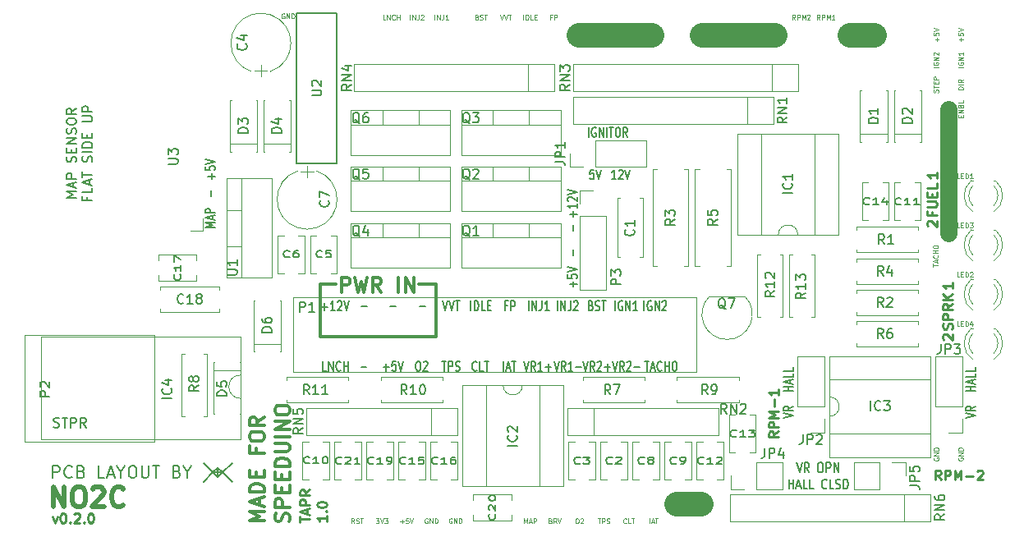
<source format=gto>
G04 #@! TF.FileFunction,Legend,Top*
%FSLAX46Y46*%
G04 Gerber Fmt 4.6, Leading zero omitted, Abs format (unit mm)*
G04 Created by KiCad (PCBNEW 4.0.6) date 09/24/17 01:01:51*
%MOMM*%
%LPD*%
G01*
G04 APERTURE LIST*
%ADD10C,0.100000*%
%ADD11C,0.187500*%
%ADD12C,0.125000*%
%ADD13C,2.500000*%
%ADD14C,1.800000*%
%ADD15C,0.300000*%
%ADD16C,0.250000*%
%ADD17C,0.150000*%
%ADD18C,0.200000*%
%ADD19C,0.500000*%
%ADD20C,0.375000*%
%ADD21C,0.120000*%
G04 APERTURE END LIST*
D10*
D11*
X146971429Y-92564286D02*
X146971429Y-91992857D01*
X147352381Y-92278571D02*
X146590476Y-92278571D01*
X146352381Y-91278572D02*
X146352381Y-91635715D01*
X146828571Y-91671429D01*
X146780952Y-91635715D01*
X146733333Y-91564286D01*
X146733333Y-91385715D01*
X146780952Y-91314286D01*
X146828571Y-91278572D01*
X146923810Y-91242857D01*
X147161905Y-91242857D01*
X147257143Y-91278572D01*
X147304762Y-91314286D01*
X147352381Y-91385715D01*
X147352381Y-91564286D01*
X147304762Y-91635715D01*
X147257143Y-91671429D01*
X146352381Y-91028571D02*
X147352381Y-90778571D01*
X146352381Y-90528571D01*
X146928571Y-88714286D02*
X146928571Y-89285715D01*
X146928571Y-86214286D02*
X146928571Y-86785715D01*
X146971429Y-85321429D02*
X146971429Y-84750000D01*
X147352381Y-85035714D02*
X146590476Y-85035714D01*
X147352381Y-84000000D02*
X147352381Y-84428572D01*
X147352381Y-84214286D02*
X146352381Y-84214286D01*
X146495238Y-84285715D01*
X146590476Y-84357143D01*
X146638095Y-84428572D01*
X146447619Y-83714286D02*
X146400000Y-83678572D01*
X146352381Y-83607143D01*
X146352381Y-83428572D01*
X146400000Y-83357143D01*
X146447619Y-83321429D01*
X146542857Y-83285714D01*
X146638095Y-83285714D01*
X146780952Y-83321429D01*
X147352381Y-83750000D01*
X147352381Y-83285714D01*
X146352381Y-83071428D02*
X147352381Y-82821428D01*
X146352381Y-82571428D01*
D12*
X184150000Y-110180953D02*
X184126190Y-110228572D01*
X184126190Y-110300000D01*
X184150000Y-110371429D01*
X184197619Y-110419048D01*
X184245238Y-110442857D01*
X184340476Y-110466667D01*
X184411905Y-110466667D01*
X184507143Y-110442857D01*
X184554762Y-110419048D01*
X184602381Y-110371429D01*
X184626190Y-110300000D01*
X184626190Y-110252381D01*
X184602381Y-110180953D01*
X184578571Y-110157143D01*
X184411905Y-110157143D01*
X184411905Y-110252381D01*
X184626190Y-109942857D02*
X184126190Y-109942857D01*
X184626190Y-109657143D01*
X184126190Y-109657143D01*
X184626190Y-109419047D02*
X184126190Y-109419047D01*
X184126190Y-109300000D01*
X184150000Y-109228571D01*
X184197619Y-109180952D01*
X184245238Y-109157143D01*
X184340476Y-109133333D01*
X184411905Y-109133333D01*
X184507143Y-109157143D01*
X184554762Y-109180952D01*
X184602381Y-109228571D01*
X184626190Y-109300000D01*
X184626190Y-109419047D01*
X186935714Y-67242856D02*
X186935714Y-66861904D01*
X187126190Y-67052380D02*
X186745238Y-67052380D01*
X186626190Y-66385713D02*
X186626190Y-66623808D01*
X186864286Y-66647618D01*
X186840476Y-66623808D01*
X186816667Y-66576189D01*
X186816667Y-66457142D01*
X186840476Y-66409523D01*
X186864286Y-66385713D01*
X186911905Y-66361904D01*
X187030952Y-66361904D01*
X187078571Y-66385713D01*
X187102381Y-66409523D01*
X187126190Y-66457142D01*
X187126190Y-66576189D01*
X187102381Y-66623808D01*
X187078571Y-66647618D01*
X186626190Y-66219047D02*
X187126190Y-66052380D01*
X186626190Y-65885714D01*
D13*
X175500000Y-66600000D02*
X178000000Y-66600000D01*
X157647000Y-114935000D02*
X160147000Y-114935000D01*
X147500000Y-66600000D02*
X155100000Y-66600000D01*
X160200000Y-66600000D02*
X167800000Y-66600000D01*
D14*
X185600000Y-87000000D02*
X185600000Y-74200000D01*
D15*
X120900000Y-92300000D02*
X122500000Y-92300000D01*
X120900000Y-97700000D02*
X120900000Y-92300000D01*
X132800000Y-97700000D02*
X120900000Y-97700000D01*
X132800000Y-92300000D02*
X132800000Y-97700000D01*
X131000000Y-92300000D02*
X132800000Y-92300000D01*
X123085714Y-93078571D02*
X123085714Y-91578571D01*
X123657142Y-91578571D01*
X123800000Y-91650000D01*
X123871428Y-91721429D01*
X123942857Y-91864286D01*
X123942857Y-92078571D01*
X123871428Y-92221429D01*
X123800000Y-92292857D01*
X123657142Y-92364286D01*
X123085714Y-92364286D01*
X124442857Y-91578571D02*
X124800000Y-93078571D01*
X125085714Y-92007143D01*
X125371428Y-93078571D01*
X125728571Y-91578571D01*
X127157143Y-93078571D02*
X126657143Y-92364286D01*
X126300000Y-93078571D02*
X126300000Y-91578571D01*
X126871428Y-91578571D01*
X127014286Y-91650000D01*
X127085714Y-91721429D01*
X127157143Y-91864286D01*
X127157143Y-92078571D01*
X127085714Y-92221429D01*
X127014286Y-92292857D01*
X126871428Y-92364286D01*
X126300000Y-92364286D01*
X128942857Y-93078571D02*
X128942857Y-91578571D01*
X129657143Y-93078571D02*
X129657143Y-91578571D01*
X130514286Y-93078571D01*
X130514286Y-91578571D01*
D12*
X127580952Y-64996190D02*
X127342857Y-64996190D01*
X127342857Y-64496190D01*
X127747619Y-64996190D02*
X127747619Y-64496190D01*
X128033333Y-64996190D01*
X128033333Y-64496190D01*
X128557143Y-64948571D02*
X128533333Y-64972381D01*
X128461905Y-64996190D01*
X128414286Y-64996190D01*
X128342857Y-64972381D01*
X128295238Y-64924762D01*
X128271429Y-64877143D01*
X128247619Y-64781905D01*
X128247619Y-64710476D01*
X128271429Y-64615238D01*
X128295238Y-64567619D01*
X128342857Y-64520000D01*
X128414286Y-64496190D01*
X128461905Y-64496190D01*
X128533333Y-64520000D01*
X128557143Y-64543810D01*
X128771429Y-64996190D02*
X128771429Y-64496190D01*
X128771429Y-64734286D02*
X129057143Y-64734286D01*
X129057143Y-64996190D02*
X129057143Y-64496190D01*
X184435714Y-67242856D02*
X184435714Y-66861904D01*
X184626190Y-67052380D02*
X184245238Y-67052380D01*
X184126190Y-66385713D02*
X184126190Y-66623808D01*
X184364286Y-66647618D01*
X184340476Y-66623808D01*
X184316667Y-66576189D01*
X184316667Y-66457142D01*
X184340476Y-66409523D01*
X184364286Y-66385713D01*
X184411905Y-66361904D01*
X184530952Y-66361904D01*
X184578571Y-66385713D01*
X184602381Y-66409523D01*
X184626190Y-66457142D01*
X184626190Y-66576189D01*
X184602381Y-66623808D01*
X184578571Y-66647618D01*
X184126190Y-66219047D02*
X184626190Y-66052380D01*
X184126190Y-65885714D01*
D11*
X110027981Y-86417429D02*
X109027981Y-86417429D01*
X109742267Y-86167429D01*
X109027981Y-85917429D01*
X110027981Y-85917429D01*
X109742267Y-85596000D02*
X109742267Y-85238857D01*
X110027981Y-85667428D02*
X109027981Y-85417428D01*
X110027981Y-85167428D01*
X110027981Y-84917429D02*
X109027981Y-84917429D01*
X109027981Y-84631714D01*
X109075600Y-84560286D01*
X109123219Y-84524571D01*
X109218457Y-84488857D01*
X109361314Y-84488857D01*
X109456552Y-84524571D01*
X109504171Y-84560286D01*
X109551790Y-84631714D01*
X109551790Y-84917429D01*
X109604171Y-82619886D02*
X109604171Y-83191315D01*
X109647029Y-81431486D02*
X109647029Y-80860057D01*
X110027981Y-81145771D02*
X109266076Y-81145771D01*
X109027981Y-80145772D02*
X109027981Y-80502915D01*
X109504171Y-80538629D01*
X109456552Y-80502915D01*
X109408933Y-80431486D01*
X109408933Y-80252915D01*
X109456552Y-80181486D01*
X109504171Y-80145772D01*
X109599410Y-80110057D01*
X109837505Y-80110057D01*
X109932743Y-80145772D01*
X109980362Y-80181486D01*
X110027981Y-80252915D01*
X110027981Y-80431486D01*
X109980362Y-80502915D01*
X109932743Y-80538629D01*
X109027981Y-79895771D02*
X110027981Y-79645771D01*
X109027981Y-79395771D01*
X125634714Y-100803071D02*
X125063285Y-100803071D01*
X121499429Y-101226881D02*
X121142286Y-101226881D01*
X121142286Y-100226881D01*
X121749429Y-101226881D02*
X121749429Y-100226881D01*
X122178001Y-101226881D01*
X122178001Y-100226881D01*
X122963715Y-101131643D02*
X122928001Y-101179262D01*
X122820858Y-101226881D01*
X122749429Y-101226881D01*
X122642286Y-101179262D01*
X122570858Y-101084024D01*
X122535143Y-100988786D01*
X122499429Y-100798310D01*
X122499429Y-100655452D01*
X122535143Y-100464976D01*
X122570858Y-100369738D01*
X122642286Y-100274500D01*
X122749429Y-100226881D01*
X122820858Y-100226881D01*
X122928001Y-100274500D01*
X122963715Y-100322119D01*
X123285143Y-101226881D02*
X123285143Y-100226881D01*
X123285143Y-100703071D02*
X123713715Y-100703071D01*
X123713715Y-101226881D02*
X123713715Y-100226881D01*
X154323072Y-100226881D02*
X154751643Y-100226881D01*
X154537357Y-101226881D02*
X154537357Y-100226881D01*
X154965929Y-100941167D02*
X155323072Y-100941167D01*
X154894501Y-101226881D02*
X155144501Y-100226881D01*
X155394501Y-101226881D01*
X156073072Y-101131643D02*
X156037358Y-101179262D01*
X155930215Y-101226881D01*
X155858786Y-101226881D01*
X155751643Y-101179262D01*
X155680215Y-101084024D01*
X155644500Y-100988786D01*
X155608786Y-100798310D01*
X155608786Y-100655452D01*
X155644500Y-100464976D01*
X155680215Y-100369738D01*
X155751643Y-100274500D01*
X155858786Y-100226881D01*
X155930215Y-100226881D01*
X156037358Y-100274500D01*
X156073072Y-100322119D01*
X156394500Y-101226881D02*
X156394500Y-100226881D01*
X156394500Y-100703071D02*
X156823072Y-100703071D01*
X156823072Y-101226881D02*
X156823072Y-100226881D01*
X157323072Y-100226881D02*
X157465929Y-100226881D01*
X157537357Y-100274500D01*
X157608786Y-100369738D01*
X157644500Y-100560214D01*
X157644500Y-100893548D01*
X157608786Y-101084024D01*
X157537357Y-101179262D01*
X157465929Y-101226881D01*
X157323072Y-101226881D01*
X157251643Y-101179262D01*
X157180214Y-101084024D01*
X157144500Y-100893548D01*
X157144500Y-100560214D01*
X157180214Y-100369738D01*
X157251643Y-100274500D01*
X157323072Y-100226881D01*
X144984572Y-100226881D02*
X145234572Y-101226881D01*
X145484572Y-100226881D01*
X146163143Y-101226881D02*
X145913143Y-100750690D01*
X145734571Y-101226881D02*
X145734571Y-100226881D01*
X146020286Y-100226881D01*
X146091714Y-100274500D01*
X146127429Y-100322119D01*
X146163143Y-100417357D01*
X146163143Y-100560214D01*
X146127429Y-100655452D01*
X146091714Y-100703071D01*
X146020286Y-100750690D01*
X145734571Y-100750690D01*
X146877429Y-101226881D02*
X146448857Y-101226881D01*
X146663143Y-101226881D02*
X146663143Y-100226881D01*
X146591714Y-100369738D01*
X146520286Y-100464976D01*
X146448857Y-100512595D01*
X147198857Y-100845929D02*
X147770286Y-100845929D01*
D16*
X93257143Y-116235714D02*
X93495238Y-116902381D01*
X93733334Y-116235714D01*
X94304762Y-115902381D02*
X94400001Y-115902381D01*
X94495239Y-115950000D01*
X94542858Y-115997619D01*
X94590477Y-116092857D01*
X94638096Y-116283333D01*
X94638096Y-116521429D01*
X94590477Y-116711905D01*
X94542858Y-116807143D01*
X94495239Y-116854762D01*
X94400001Y-116902381D01*
X94304762Y-116902381D01*
X94209524Y-116854762D01*
X94161905Y-116807143D01*
X94114286Y-116711905D01*
X94066667Y-116521429D01*
X94066667Y-116283333D01*
X94114286Y-116092857D01*
X94161905Y-115997619D01*
X94209524Y-115950000D01*
X94304762Y-115902381D01*
X95066667Y-116807143D02*
X95114286Y-116854762D01*
X95066667Y-116902381D01*
X95019048Y-116854762D01*
X95066667Y-116807143D01*
X95066667Y-116902381D01*
X95495238Y-115997619D02*
X95542857Y-115950000D01*
X95638095Y-115902381D01*
X95876191Y-115902381D01*
X95971429Y-115950000D01*
X96019048Y-115997619D01*
X96066667Y-116092857D01*
X96066667Y-116188095D01*
X96019048Y-116330952D01*
X95447619Y-116902381D01*
X96066667Y-116902381D01*
X96495238Y-116807143D02*
X96542857Y-116854762D01*
X96495238Y-116902381D01*
X96447619Y-116854762D01*
X96495238Y-116807143D01*
X96495238Y-116902381D01*
X97161904Y-115902381D02*
X97257143Y-115902381D01*
X97352381Y-115950000D01*
X97400000Y-115997619D01*
X97447619Y-116092857D01*
X97495238Y-116283333D01*
X97495238Y-116521429D01*
X97447619Y-116711905D01*
X97400000Y-116807143D01*
X97352381Y-116854762D01*
X97257143Y-116902381D01*
X97161904Y-116902381D01*
X97066666Y-116854762D01*
X97019047Y-116807143D01*
X96971428Y-116711905D01*
X96923809Y-116521429D01*
X96923809Y-116283333D01*
X96971428Y-116092857D01*
X97019047Y-115997619D01*
X97066666Y-115950000D01*
X97161904Y-115902381D01*
D17*
X95702881Y-83398738D02*
X94702881Y-83398738D01*
X95417167Y-83065404D01*
X94702881Y-82732071D01*
X95702881Y-82732071D01*
X95417167Y-82303500D02*
X95417167Y-81827309D01*
X95702881Y-82398738D02*
X94702881Y-82065405D01*
X95702881Y-81732071D01*
X95702881Y-81398738D02*
X94702881Y-81398738D01*
X94702881Y-81017785D01*
X94750500Y-80922547D01*
X94798119Y-80874928D01*
X94893357Y-80827309D01*
X95036214Y-80827309D01*
X95131452Y-80874928D01*
X95179071Y-80922547D01*
X95226690Y-81017785D01*
X95226690Y-81398738D01*
X95655262Y-79684452D02*
X95702881Y-79541595D01*
X95702881Y-79303499D01*
X95655262Y-79208261D01*
X95607643Y-79160642D01*
X95512405Y-79113023D01*
X95417167Y-79113023D01*
X95321929Y-79160642D01*
X95274310Y-79208261D01*
X95226690Y-79303499D01*
X95179071Y-79493976D01*
X95131452Y-79589214D01*
X95083833Y-79636833D01*
X94988595Y-79684452D01*
X94893357Y-79684452D01*
X94798119Y-79636833D01*
X94750500Y-79589214D01*
X94702881Y-79493976D01*
X94702881Y-79255880D01*
X94750500Y-79113023D01*
X95179071Y-78684452D02*
X95179071Y-78351118D01*
X95702881Y-78208261D02*
X95702881Y-78684452D01*
X94702881Y-78684452D01*
X94702881Y-78208261D01*
X95702881Y-77779690D02*
X94702881Y-77779690D01*
X95702881Y-77208261D01*
X94702881Y-77208261D01*
X95655262Y-76779690D02*
X95702881Y-76636833D01*
X95702881Y-76398737D01*
X95655262Y-76303499D01*
X95607643Y-76255880D01*
X95512405Y-76208261D01*
X95417167Y-76208261D01*
X95321929Y-76255880D01*
X95274310Y-76303499D01*
X95226690Y-76398737D01*
X95179071Y-76589214D01*
X95131452Y-76684452D01*
X95083833Y-76732071D01*
X94988595Y-76779690D01*
X94893357Y-76779690D01*
X94798119Y-76732071D01*
X94750500Y-76684452D01*
X94702881Y-76589214D01*
X94702881Y-76351118D01*
X94750500Y-76208261D01*
X94702881Y-75589214D02*
X94702881Y-75398737D01*
X94750500Y-75303499D01*
X94845738Y-75208261D01*
X95036214Y-75160642D01*
X95369548Y-75160642D01*
X95560024Y-75208261D01*
X95655262Y-75303499D01*
X95702881Y-75398737D01*
X95702881Y-75589214D01*
X95655262Y-75684452D01*
X95560024Y-75779690D01*
X95369548Y-75827309D01*
X95036214Y-75827309D01*
X94845738Y-75779690D01*
X94750500Y-75684452D01*
X94702881Y-75589214D01*
X95702881Y-74160642D02*
X95226690Y-74493976D01*
X95702881Y-74732071D02*
X94702881Y-74732071D01*
X94702881Y-74351118D01*
X94750500Y-74255880D01*
X94798119Y-74208261D01*
X94893357Y-74160642D01*
X95036214Y-74160642D01*
X95131452Y-74208261D01*
X95179071Y-74255880D01*
X95226690Y-74351118D01*
X95226690Y-74732071D01*
X96829071Y-83327309D02*
X96829071Y-83660643D01*
X97352881Y-83660643D02*
X96352881Y-83660643D01*
X96352881Y-83184452D01*
X97352881Y-82327309D02*
X97352881Y-82803500D01*
X96352881Y-82803500D01*
X97067167Y-82041595D02*
X97067167Y-81565404D01*
X97352881Y-82136833D02*
X96352881Y-81803500D01*
X97352881Y-81470166D01*
X96352881Y-81279690D02*
X96352881Y-80708261D01*
X97352881Y-80993976D02*
X96352881Y-80993976D01*
X97305262Y-79660642D02*
X97352881Y-79517785D01*
X97352881Y-79279689D01*
X97305262Y-79184451D01*
X97257643Y-79136832D01*
X97162405Y-79089213D01*
X97067167Y-79089213D01*
X96971929Y-79136832D01*
X96924310Y-79184451D01*
X96876690Y-79279689D01*
X96829071Y-79470166D01*
X96781452Y-79565404D01*
X96733833Y-79613023D01*
X96638595Y-79660642D01*
X96543357Y-79660642D01*
X96448119Y-79613023D01*
X96400500Y-79565404D01*
X96352881Y-79470166D01*
X96352881Y-79232070D01*
X96400500Y-79089213D01*
X97352881Y-78660642D02*
X96352881Y-78660642D01*
X97352881Y-78184452D02*
X96352881Y-78184452D01*
X96352881Y-77946357D01*
X96400500Y-77803499D01*
X96495738Y-77708261D01*
X96590976Y-77660642D01*
X96781452Y-77613023D01*
X96924310Y-77613023D01*
X97114786Y-77660642D01*
X97210024Y-77708261D01*
X97305262Y-77803499D01*
X97352881Y-77946357D01*
X97352881Y-78184452D01*
X96829071Y-77184452D02*
X96829071Y-76851118D01*
X97352881Y-76708261D02*
X97352881Y-77184452D01*
X96352881Y-77184452D01*
X96352881Y-76708261D01*
X96352881Y-75517785D02*
X97162405Y-75517785D01*
X97257643Y-75470166D01*
X97305262Y-75422547D01*
X97352881Y-75327309D01*
X97352881Y-75136832D01*
X97305262Y-75041594D01*
X97257643Y-74993975D01*
X97162405Y-74946356D01*
X96352881Y-74946356D01*
X97352881Y-74470166D02*
X96352881Y-74470166D01*
X96352881Y-74089213D01*
X96400500Y-73993975D01*
X96448119Y-73946356D01*
X96543357Y-73898737D01*
X96686214Y-73898737D01*
X96781452Y-73946356D01*
X96829071Y-73993975D01*
X96876690Y-74089213D01*
X96876690Y-74470166D01*
D12*
X184053990Y-90462752D02*
X184053990Y-90177038D01*
X184553990Y-90319895D02*
X184053990Y-90319895D01*
X184411133Y-90034181D02*
X184411133Y-89796086D01*
X184553990Y-90081800D02*
X184053990Y-89915133D01*
X184553990Y-89748467D01*
X184506371Y-89296086D02*
X184530181Y-89319896D01*
X184553990Y-89391324D01*
X184553990Y-89438943D01*
X184530181Y-89510372D01*
X184482562Y-89557991D01*
X184434943Y-89581800D01*
X184339705Y-89605610D01*
X184268276Y-89605610D01*
X184173038Y-89581800D01*
X184125419Y-89557991D01*
X184077800Y-89510372D01*
X184053990Y-89438943D01*
X184053990Y-89391324D01*
X184077800Y-89319896D01*
X184101610Y-89296086D01*
X184553990Y-89081800D02*
X184053990Y-89081800D01*
X184292086Y-89081800D02*
X184292086Y-88796086D01*
X184553990Y-88796086D02*
X184053990Y-88796086D01*
X184053990Y-88462752D02*
X184053990Y-88367514D01*
X184077800Y-88319895D01*
X184125419Y-88272276D01*
X184220657Y-88248467D01*
X184387324Y-88248467D01*
X184482562Y-88272276D01*
X184530181Y-88319895D01*
X184553990Y-88367514D01*
X184553990Y-88462752D01*
X184530181Y-88510371D01*
X184482562Y-88557990D01*
X184387324Y-88581800D01*
X184220657Y-88581800D01*
X184125419Y-88557990D01*
X184077800Y-88510371D01*
X184053990Y-88462752D01*
D11*
X148520886Y-77104847D02*
X148520886Y-76104847D01*
X149270887Y-76152466D02*
X149199458Y-76104847D01*
X149092315Y-76104847D01*
X148985172Y-76152466D01*
X148913744Y-76247704D01*
X148878029Y-76342942D01*
X148842315Y-76533418D01*
X148842315Y-76676276D01*
X148878029Y-76866752D01*
X148913744Y-76961990D01*
X148985172Y-77057228D01*
X149092315Y-77104847D01*
X149163744Y-77104847D01*
X149270887Y-77057228D01*
X149306601Y-77009609D01*
X149306601Y-76676276D01*
X149163744Y-76676276D01*
X149628029Y-77104847D02*
X149628029Y-76104847D01*
X150056601Y-77104847D01*
X150056601Y-76104847D01*
X150413743Y-77104847D02*
X150413743Y-76104847D01*
X150663744Y-76104847D02*
X151092315Y-76104847D01*
X150878029Y-77104847D02*
X150878029Y-76104847D01*
X151485173Y-76104847D02*
X151628030Y-76104847D01*
X151699458Y-76152466D01*
X151770887Y-76247704D01*
X151806601Y-76438180D01*
X151806601Y-76771514D01*
X151770887Y-76961990D01*
X151699458Y-77057228D01*
X151628030Y-77104847D01*
X151485173Y-77104847D01*
X151413744Y-77057228D01*
X151342315Y-76961990D01*
X151306601Y-76771514D01*
X151306601Y-76438180D01*
X151342315Y-76247704D01*
X151413744Y-76152466D01*
X151485173Y-76104847D01*
X152556601Y-77104847D02*
X152306601Y-76628656D01*
X152128029Y-77104847D02*
X152128029Y-76104847D01*
X152413744Y-76104847D01*
X152485172Y-76152466D01*
X152520887Y-76200085D01*
X152556601Y-76295323D01*
X152556601Y-76438180D01*
X152520887Y-76533418D01*
X152485172Y-76581037D01*
X152413744Y-76628656D01*
X152128029Y-76628656D01*
D12*
X117157547Y-64393000D02*
X117109928Y-64369190D01*
X117038500Y-64369190D01*
X116967071Y-64393000D01*
X116919452Y-64440619D01*
X116895643Y-64488238D01*
X116871833Y-64583476D01*
X116871833Y-64654905D01*
X116895643Y-64750143D01*
X116919452Y-64797762D01*
X116967071Y-64845381D01*
X117038500Y-64869190D01*
X117086119Y-64869190D01*
X117157547Y-64845381D01*
X117181357Y-64821571D01*
X117181357Y-64654905D01*
X117086119Y-64654905D01*
X117395643Y-64869190D02*
X117395643Y-64369190D01*
X117681357Y-64869190D01*
X117681357Y-64369190D01*
X117919453Y-64869190D02*
X117919453Y-64369190D01*
X118038500Y-64369190D01*
X118109929Y-64393000D01*
X118157548Y-64440619D01*
X118181357Y-64488238D01*
X118205167Y-64583476D01*
X118205167Y-64654905D01*
X118181357Y-64750143D01*
X118157548Y-64797762D01*
X118109929Y-64845381D01*
X118038500Y-64869190D01*
X117919453Y-64869190D01*
X186650000Y-110180953D02*
X186626190Y-110228572D01*
X186626190Y-110300000D01*
X186650000Y-110371429D01*
X186697619Y-110419048D01*
X186745238Y-110442857D01*
X186840476Y-110466667D01*
X186911905Y-110466667D01*
X187007143Y-110442857D01*
X187054762Y-110419048D01*
X187102381Y-110371429D01*
X187126190Y-110300000D01*
X187126190Y-110252381D01*
X187102381Y-110180953D01*
X187078571Y-110157143D01*
X186911905Y-110157143D01*
X186911905Y-110252381D01*
X187126190Y-109942857D02*
X186626190Y-109942857D01*
X187126190Y-109657143D01*
X186626190Y-109657143D01*
X187126190Y-109419047D02*
X186626190Y-109419047D01*
X186626190Y-109300000D01*
X186650000Y-109228571D01*
X186697619Y-109180952D01*
X186745238Y-109157143D01*
X186840476Y-109133333D01*
X186911905Y-109133333D01*
X187007143Y-109157143D01*
X187054762Y-109180952D01*
X187102381Y-109228571D01*
X187126190Y-109300000D01*
X187126190Y-109419047D01*
X134419047Y-116450000D02*
X134371428Y-116426190D01*
X134300000Y-116426190D01*
X134228571Y-116450000D01*
X134180952Y-116497619D01*
X134157143Y-116545238D01*
X134133333Y-116640476D01*
X134133333Y-116711905D01*
X134157143Y-116807143D01*
X134180952Y-116854762D01*
X134228571Y-116902381D01*
X134300000Y-116926190D01*
X134347619Y-116926190D01*
X134419047Y-116902381D01*
X134442857Y-116878571D01*
X134442857Y-116711905D01*
X134347619Y-116711905D01*
X134657143Y-116926190D02*
X134657143Y-116426190D01*
X134942857Y-116926190D01*
X134942857Y-116426190D01*
X135180953Y-116926190D02*
X135180953Y-116426190D01*
X135300000Y-116426190D01*
X135371429Y-116450000D01*
X135419048Y-116497619D01*
X135442857Y-116545238D01*
X135466667Y-116640476D01*
X135466667Y-116711905D01*
X135442857Y-116807143D01*
X135419048Y-116854762D01*
X135371429Y-116902381D01*
X135300000Y-116926190D01*
X135180953Y-116926190D01*
X131919047Y-116450000D02*
X131871428Y-116426190D01*
X131800000Y-116426190D01*
X131728571Y-116450000D01*
X131680952Y-116497619D01*
X131657143Y-116545238D01*
X131633333Y-116640476D01*
X131633333Y-116711905D01*
X131657143Y-116807143D01*
X131680952Y-116854762D01*
X131728571Y-116902381D01*
X131800000Y-116926190D01*
X131847619Y-116926190D01*
X131919047Y-116902381D01*
X131942857Y-116878571D01*
X131942857Y-116711905D01*
X131847619Y-116711905D01*
X132157143Y-116926190D02*
X132157143Y-116426190D01*
X132442857Y-116926190D01*
X132442857Y-116426190D01*
X132680953Y-116926190D02*
X132680953Y-116426190D01*
X132800000Y-116426190D01*
X132871429Y-116450000D01*
X132919048Y-116497619D01*
X132942857Y-116545238D01*
X132966667Y-116640476D01*
X132966667Y-116711905D01*
X132942857Y-116807143D01*
X132919048Y-116854762D01*
X132871429Y-116902381D01*
X132800000Y-116926190D01*
X132680953Y-116926190D01*
X126580954Y-116426190D02*
X126890477Y-116426190D01*
X126723811Y-116616667D01*
X126795239Y-116616667D01*
X126842858Y-116640476D01*
X126866668Y-116664286D01*
X126890477Y-116711905D01*
X126890477Y-116830952D01*
X126866668Y-116878571D01*
X126842858Y-116902381D01*
X126795239Y-116926190D01*
X126652382Y-116926190D01*
X126604763Y-116902381D01*
X126580954Y-116878571D01*
X127033334Y-116426190D02*
X127200001Y-116926190D01*
X127366667Y-116426190D01*
X127485715Y-116426190D02*
X127795238Y-116426190D01*
X127628572Y-116616667D01*
X127700000Y-116616667D01*
X127747619Y-116640476D01*
X127771429Y-116664286D01*
X127795238Y-116711905D01*
X127795238Y-116830952D01*
X127771429Y-116878571D01*
X127747619Y-116902381D01*
X127700000Y-116926190D01*
X127557143Y-116926190D01*
X127509524Y-116902381D01*
X127485715Y-116878571D01*
X124376191Y-116926190D02*
X124209524Y-116688095D01*
X124090477Y-116926190D02*
X124090477Y-116426190D01*
X124280953Y-116426190D01*
X124328572Y-116450000D01*
X124352381Y-116473810D01*
X124376191Y-116521429D01*
X124376191Y-116592857D01*
X124352381Y-116640476D01*
X124328572Y-116664286D01*
X124280953Y-116688095D01*
X124090477Y-116688095D01*
X124566667Y-116902381D02*
X124638096Y-116926190D01*
X124757143Y-116926190D01*
X124804762Y-116902381D01*
X124828572Y-116878571D01*
X124852381Y-116830952D01*
X124852381Y-116783333D01*
X124828572Y-116735714D01*
X124804762Y-116711905D01*
X124757143Y-116688095D01*
X124661905Y-116664286D01*
X124614286Y-116640476D01*
X124590477Y-116616667D01*
X124566667Y-116569048D01*
X124566667Y-116521429D01*
X124590477Y-116473810D01*
X124614286Y-116450000D01*
X124661905Y-116426190D01*
X124780953Y-116426190D01*
X124852381Y-116450000D01*
X124995238Y-116426190D02*
X125280952Y-116426190D01*
X125138095Y-116926190D02*
X125138095Y-116426190D01*
X129107144Y-116735714D02*
X129488096Y-116735714D01*
X129297620Y-116926190D02*
X129297620Y-116545238D01*
X129964287Y-116426190D02*
X129726192Y-116426190D01*
X129702382Y-116664286D01*
X129726192Y-116640476D01*
X129773811Y-116616667D01*
X129892858Y-116616667D01*
X129940477Y-116640476D01*
X129964287Y-116664286D01*
X129988096Y-116711905D01*
X129988096Y-116830952D01*
X129964287Y-116878571D01*
X129940477Y-116902381D01*
X129892858Y-116926190D01*
X129773811Y-116926190D01*
X129726192Y-116902381D01*
X129702382Y-116878571D01*
X130130953Y-116426190D02*
X130297620Y-116926190D01*
X130464286Y-116426190D01*
X186882886Y-75052928D02*
X186882886Y-74886262D01*
X187144790Y-74814833D02*
X187144790Y-75052928D01*
X186644790Y-75052928D01*
X186644790Y-74814833D01*
X187144790Y-74600547D02*
X186644790Y-74600547D01*
X187144790Y-74314833D01*
X186644790Y-74314833D01*
X186882886Y-73910071D02*
X186906695Y-73838642D01*
X186930505Y-73814833D01*
X186978124Y-73791023D01*
X187049552Y-73791023D01*
X187097171Y-73814833D01*
X187120981Y-73838642D01*
X187144790Y-73886261D01*
X187144790Y-74076737D01*
X186644790Y-74076737D01*
X186644790Y-73910071D01*
X186668600Y-73862452D01*
X186692410Y-73838642D01*
X186740029Y-73814833D01*
X186787648Y-73814833D01*
X186835267Y-73838642D01*
X186859076Y-73862452D01*
X186882886Y-73910071D01*
X186882886Y-74076737D01*
X187144790Y-73338642D02*
X187144790Y-73576737D01*
X186644790Y-73576737D01*
D16*
X118777381Y-116804762D02*
X118777381Y-116233333D01*
X119777381Y-116519048D02*
X118777381Y-116519048D01*
X119491667Y-115947619D02*
X119491667Y-115471428D01*
X119777381Y-116042857D02*
X118777381Y-115709524D01*
X119777381Y-115376190D01*
X119777381Y-115042857D02*
X118777381Y-115042857D01*
X118777381Y-114661904D01*
X118825000Y-114566666D01*
X118872619Y-114519047D01*
X118967857Y-114471428D01*
X119110714Y-114471428D01*
X119205952Y-114519047D01*
X119253571Y-114566666D01*
X119301190Y-114661904D01*
X119301190Y-115042857D01*
X119777381Y-113471428D02*
X119301190Y-113804762D01*
X119777381Y-114042857D02*
X118777381Y-114042857D01*
X118777381Y-113661904D01*
X118825000Y-113566666D01*
X118872619Y-113519047D01*
X118967857Y-113471428D01*
X119110714Y-113471428D01*
X119205952Y-113519047D01*
X119253571Y-113566666D01*
X119301190Y-113661904D01*
X119301190Y-114042857D01*
X121527381Y-116138095D02*
X121527381Y-116709524D01*
X121527381Y-116423810D02*
X120527381Y-116423810D01*
X120670238Y-116519048D01*
X120765476Y-116614286D01*
X120813095Y-116709524D01*
X121432143Y-115709524D02*
X121479762Y-115661905D01*
X121527381Y-115709524D01*
X121479762Y-115757143D01*
X121432143Y-115709524D01*
X121527381Y-115709524D01*
X120527381Y-115042858D02*
X120527381Y-114947619D01*
X120575000Y-114852381D01*
X120622619Y-114804762D01*
X120717857Y-114757143D01*
X120908333Y-114709524D01*
X121146429Y-114709524D01*
X121336905Y-114757143D01*
X121432143Y-114804762D01*
X121479762Y-114852381D01*
X121527381Y-114947619D01*
X121527381Y-115042858D01*
X121479762Y-115138096D01*
X121432143Y-115185715D01*
X121336905Y-115233334D01*
X121146429Y-115280953D01*
X120908333Y-115280953D01*
X120717857Y-115233334D01*
X120622619Y-115185715D01*
X120575000Y-115138096D01*
X120527381Y-115042858D01*
D12*
X187144790Y-72191499D02*
X186644790Y-72191499D01*
X186644790Y-72072452D01*
X186668600Y-72001023D01*
X186716219Y-71953404D01*
X186763838Y-71929595D01*
X186859076Y-71905785D01*
X186930505Y-71905785D01*
X187025743Y-71929595D01*
X187073362Y-71953404D01*
X187120981Y-72001023D01*
X187144790Y-72072452D01*
X187144790Y-72191499D01*
X187144790Y-71691499D02*
X186644790Y-71691499D01*
X187144790Y-71167690D02*
X186906695Y-71334357D01*
X187144790Y-71453404D02*
X186644790Y-71453404D01*
X186644790Y-71262928D01*
X186668600Y-71215309D01*
X186692410Y-71191500D01*
X186740029Y-71167690D01*
X186811457Y-71167690D01*
X186859076Y-71191500D01*
X186882886Y-71215309D01*
X186906695Y-71262928D01*
X186906695Y-71453404D01*
X184555581Y-72501023D02*
X184579390Y-72429594D01*
X184579390Y-72310547D01*
X184555581Y-72262928D01*
X184531771Y-72239118D01*
X184484152Y-72215309D01*
X184436533Y-72215309D01*
X184388914Y-72239118D01*
X184365105Y-72262928D01*
X184341295Y-72310547D01*
X184317486Y-72405785D01*
X184293676Y-72453404D01*
X184269867Y-72477213D01*
X184222248Y-72501023D01*
X184174629Y-72501023D01*
X184127010Y-72477213D01*
X184103200Y-72453404D01*
X184079390Y-72405785D01*
X184079390Y-72286737D01*
X184103200Y-72215309D01*
X184079390Y-72072452D02*
X184079390Y-71786738D01*
X184579390Y-71929595D02*
X184079390Y-71929595D01*
X184317486Y-71620071D02*
X184317486Y-71453405D01*
X184579390Y-71381976D02*
X184579390Y-71620071D01*
X184079390Y-71620071D01*
X184079390Y-71381976D01*
X184579390Y-71167690D02*
X184079390Y-71167690D01*
X184079390Y-70977214D01*
X184103200Y-70929595D01*
X184127010Y-70905786D01*
X184174629Y-70881976D01*
X184246057Y-70881976D01*
X184293676Y-70905786D01*
X184317486Y-70929595D01*
X184341295Y-70977214D01*
X184341295Y-71167690D01*
D11*
X93383333Y-107004762D02*
X93526190Y-107052381D01*
X93764286Y-107052381D01*
X93859524Y-107004762D01*
X93907143Y-106957143D01*
X93954762Y-106861905D01*
X93954762Y-106766667D01*
X93907143Y-106671429D01*
X93859524Y-106623810D01*
X93764286Y-106576190D01*
X93573809Y-106528571D01*
X93478571Y-106480952D01*
X93430952Y-106433333D01*
X93383333Y-106338095D01*
X93383333Y-106242857D01*
X93430952Y-106147619D01*
X93478571Y-106100000D01*
X93573809Y-106052381D01*
X93811905Y-106052381D01*
X93954762Y-106100000D01*
X94240476Y-106052381D02*
X94811905Y-106052381D01*
X94526190Y-107052381D02*
X94526190Y-106052381D01*
X95145238Y-107052381D02*
X95145238Y-106052381D01*
X95526191Y-106052381D01*
X95621429Y-106100000D01*
X95669048Y-106147619D01*
X95716667Y-106242857D01*
X95716667Y-106385714D01*
X95669048Y-106480952D01*
X95621429Y-106528571D01*
X95526191Y-106576190D01*
X95145238Y-106576190D01*
X96716667Y-107052381D02*
X96383333Y-106576190D01*
X96145238Y-107052381D02*
X96145238Y-106052381D01*
X96526191Y-106052381D01*
X96621429Y-106100000D01*
X96669048Y-106147619D01*
X96716667Y-106242857D01*
X96716667Y-106385714D01*
X96669048Y-106480952D01*
X96621429Y-106528571D01*
X96526191Y-106576190D01*
X96145238Y-106576190D01*
D12*
X169814953Y-64996190D02*
X169648286Y-64758095D01*
X169529239Y-64996190D02*
X169529239Y-64496190D01*
X169719715Y-64496190D01*
X169767334Y-64520000D01*
X169791143Y-64543810D01*
X169814953Y-64591429D01*
X169814953Y-64662857D01*
X169791143Y-64710476D01*
X169767334Y-64734286D01*
X169719715Y-64758095D01*
X169529239Y-64758095D01*
X170029239Y-64996190D02*
X170029239Y-64496190D01*
X170219715Y-64496190D01*
X170267334Y-64520000D01*
X170291143Y-64543810D01*
X170314953Y-64591429D01*
X170314953Y-64662857D01*
X170291143Y-64710476D01*
X170267334Y-64734286D01*
X170219715Y-64758095D01*
X170029239Y-64758095D01*
X170529239Y-64996190D02*
X170529239Y-64496190D01*
X170695905Y-64853333D01*
X170862572Y-64496190D01*
X170862572Y-64996190D01*
X171076858Y-64543810D02*
X171100668Y-64520000D01*
X171148287Y-64496190D01*
X171267334Y-64496190D01*
X171314953Y-64520000D01*
X171338763Y-64543810D01*
X171362572Y-64591429D01*
X171362572Y-64639048D01*
X171338763Y-64710476D01*
X171053049Y-64996190D01*
X171362572Y-64996190D01*
X172354953Y-64996190D02*
X172188286Y-64758095D01*
X172069239Y-64996190D02*
X172069239Y-64496190D01*
X172259715Y-64496190D01*
X172307334Y-64520000D01*
X172331143Y-64543810D01*
X172354953Y-64591429D01*
X172354953Y-64662857D01*
X172331143Y-64710476D01*
X172307334Y-64734286D01*
X172259715Y-64758095D01*
X172069239Y-64758095D01*
X172569239Y-64996190D02*
X172569239Y-64496190D01*
X172759715Y-64496190D01*
X172807334Y-64520000D01*
X172831143Y-64543810D01*
X172854953Y-64591429D01*
X172854953Y-64662857D01*
X172831143Y-64710476D01*
X172807334Y-64734286D01*
X172759715Y-64758095D01*
X172569239Y-64758095D01*
X173069239Y-64996190D02*
X173069239Y-64496190D01*
X173235905Y-64853333D01*
X173402572Y-64496190D01*
X173402572Y-64996190D01*
X173902572Y-64996190D02*
X173616858Y-64996190D01*
X173759715Y-64996190D02*
X173759715Y-64496190D01*
X173712096Y-64567619D01*
X173664477Y-64615238D01*
X173616858Y-64639048D01*
D11*
X149064529Y-80464447D02*
X148707386Y-80464447D01*
X148671672Y-80940637D01*
X148707386Y-80893018D01*
X148778815Y-80845399D01*
X148957386Y-80845399D01*
X149028815Y-80893018D01*
X149064529Y-80940637D01*
X149100244Y-81035876D01*
X149100244Y-81273971D01*
X149064529Y-81369209D01*
X149028815Y-81416828D01*
X148957386Y-81464447D01*
X148778815Y-81464447D01*
X148707386Y-81416828D01*
X148671672Y-81369209D01*
X149314530Y-80464447D02*
X149564530Y-81464447D01*
X149814530Y-80464447D01*
X151364701Y-81464447D02*
X150936129Y-81464447D01*
X151150415Y-81464447D02*
X151150415Y-80464447D01*
X151078986Y-80607304D01*
X151007558Y-80702542D01*
X150936129Y-80750161D01*
X151650415Y-80559685D02*
X151686129Y-80512066D01*
X151757558Y-80464447D01*
X151936129Y-80464447D01*
X152007558Y-80512066D01*
X152043272Y-80559685D01*
X152078987Y-80654923D01*
X152078987Y-80750161D01*
X152043272Y-80893018D01*
X151614701Y-81464447D01*
X152078987Y-81464447D01*
X152293273Y-80464447D02*
X152543273Y-81464447D01*
X152793273Y-80464447D01*
X139727857Y-101226881D02*
X139727857Y-100226881D01*
X140049286Y-100941167D02*
X140406429Y-100941167D01*
X139977858Y-101226881D02*
X140227858Y-100226881D01*
X140477858Y-101226881D01*
X140620715Y-100226881D02*
X141049286Y-100226881D01*
X140835000Y-101226881D02*
X140835000Y-100226881D01*
X136993357Y-101131643D02*
X136957643Y-101179262D01*
X136850500Y-101226881D01*
X136779071Y-101226881D01*
X136671928Y-101179262D01*
X136600500Y-101084024D01*
X136564785Y-100988786D01*
X136529071Y-100798310D01*
X136529071Y-100655452D01*
X136564785Y-100464976D01*
X136600500Y-100369738D01*
X136671928Y-100274500D01*
X136779071Y-100226881D01*
X136850500Y-100226881D01*
X136957643Y-100274500D01*
X136993357Y-100322119D01*
X137671928Y-101226881D02*
X137314785Y-101226881D01*
X137314785Y-100226881D01*
X137814786Y-100226881D02*
X138243357Y-100226881D01*
X138029071Y-101226881D02*
X138029071Y-100226881D01*
X130889429Y-100226881D02*
X131032286Y-100226881D01*
X131103714Y-100274500D01*
X131175143Y-100369738D01*
X131210857Y-100560214D01*
X131210857Y-100893548D01*
X131175143Y-101084024D01*
X131103714Y-101179262D01*
X131032286Y-101226881D01*
X130889429Y-101226881D01*
X130818000Y-101179262D01*
X130746571Y-101084024D01*
X130710857Y-100893548D01*
X130710857Y-100560214D01*
X130746571Y-100369738D01*
X130818000Y-100274500D01*
X130889429Y-100226881D01*
X131496571Y-100322119D02*
X131532285Y-100274500D01*
X131603714Y-100226881D01*
X131782285Y-100226881D01*
X131853714Y-100274500D01*
X131889428Y-100322119D01*
X131925143Y-100417357D01*
X131925143Y-100512595D01*
X131889428Y-100655452D01*
X131460857Y-101226881D01*
X131925143Y-101226881D01*
X133419572Y-100226881D02*
X133848143Y-100226881D01*
X133633857Y-101226881D02*
X133633857Y-100226881D01*
X134098143Y-101226881D02*
X134098143Y-100226881D01*
X134383858Y-100226881D01*
X134455286Y-100274500D01*
X134491001Y-100322119D01*
X134526715Y-100417357D01*
X134526715Y-100560214D01*
X134491001Y-100655452D01*
X134455286Y-100703071D01*
X134383858Y-100750690D01*
X134098143Y-100750690D01*
X134812429Y-101179262D02*
X134919572Y-101226881D01*
X135098143Y-101226881D01*
X135169572Y-101179262D01*
X135205286Y-101131643D01*
X135241001Y-101036405D01*
X135241001Y-100941167D01*
X135205286Y-100845929D01*
X135169572Y-100798310D01*
X135098143Y-100750690D01*
X134955286Y-100703071D01*
X134883858Y-100655452D01*
X134848143Y-100607833D01*
X134812429Y-100512595D01*
X134812429Y-100417357D01*
X134848143Y-100322119D01*
X134883858Y-100274500D01*
X134955286Y-100226881D01*
X135133858Y-100226881D01*
X135241001Y-100274500D01*
X127369214Y-100845929D02*
X127940643Y-100845929D01*
X127654929Y-101226881D02*
X127654929Y-100464976D01*
X128654928Y-100226881D02*
X128297785Y-100226881D01*
X128262071Y-100703071D01*
X128297785Y-100655452D01*
X128369214Y-100607833D01*
X128547785Y-100607833D01*
X128619214Y-100655452D01*
X128654928Y-100703071D01*
X128690643Y-100798310D01*
X128690643Y-101036405D01*
X128654928Y-101131643D01*
X128619214Y-101179262D01*
X128547785Y-101226881D01*
X128369214Y-101226881D01*
X128297785Y-101179262D01*
X128262071Y-101131643D01*
X128904929Y-100226881D02*
X129154929Y-101226881D01*
X129404929Y-100226881D01*
X151017072Y-100226881D02*
X151267072Y-101226881D01*
X151517072Y-100226881D01*
X152195643Y-101226881D02*
X151945643Y-100750690D01*
X151767071Y-101226881D02*
X151767071Y-100226881D01*
X152052786Y-100226881D01*
X152124214Y-100274500D01*
X152159929Y-100322119D01*
X152195643Y-100417357D01*
X152195643Y-100560214D01*
X152159929Y-100655452D01*
X152124214Y-100703071D01*
X152052786Y-100750690D01*
X151767071Y-100750690D01*
X152481357Y-100322119D02*
X152517071Y-100274500D01*
X152588500Y-100226881D01*
X152767071Y-100226881D01*
X152838500Y-100274500D01*
X152874214Y-100322119D01*
X152909929Y-100417357D01*
X152909929Y-100512595D01*
X152874214Y-100655452D01*
X152445643Y-101226881D01*
X152909929Y-101226881D01*
X153231357Y-100845929D02*
X153802786Y-100845929D01*
X147969072Y-100226881D02*
X148219072Y-101226881D01*
X148469072Y-100226881D01*
X149147643Y-101226881D02*
X148897643Y-100750690D01*
X148719071Y-101226881D02*
X148719071Y-100226881D01*
X149004786Y-100226881D01*
X149076214Y-100274500D01*
X149111929Y-100322119D01*
X149147643Y-100417357D01*
X149147643Y-100560214D01*
X149111929Y-100655452D01*
X149076214Y-100703071D01*
X149004786Y-100750690D01*
X148719071Y-100750690D01*
X149433357Y-100322119D02*
X149469071Y-100274500D01*
X149540500Y-100226881D01*
X149719071Y-100226881D01*
X149790500Y-100274500D01*
X149826214Y-100322119D01*
X149861929Y-100417357D01*
X149861929Y-100512595D01*
X149826214Y-100655452D01*
X149397643Y-101226881D01*
X149861929Y-101226881D01*
X150183357Y-100845929D02*
X150754786Y-100845929D01*
X150469072Y-101226881D02*
X150469072Y-100464976D01*
X141873072Y-100226881D02*
X142123072Y-101226881D01*
X142373072Y-100226881D01*
X143051643Y-101226881D02*
X142801643Y-100750690D01*
X142623071Y-101226881D02*
X142623071Y-100226881D01*
X142908786Y-100226881D01*
X142980214Y-100274500D01*
X143015929Y-100322119D01*
X143051643Y-100417357D01*
X143051643Y-100560214D01*
X143015929Y-100655452D01*
X142980214Y-100703071D01*
X142908786Y-100750690D01*
X142623071Y-100750690D01*
X143765929Y-101226881D02*
X143337357Y-101226881D01*
X143551643Y-101226881D02*
X143551643Y-100226881D01*
X143480214Y-100369738D01*
X143408786Y-100464976D01*
X143337357Y-100512595D01*
X144087357Y-100845929D02*
X144658786Y-100845929D01*
X144373072Y-101226881D02*
X144373072Y-100464976D01*
X151275000Y-95003881D02*
X151275000Y-94003881D01*
X152025001Y-94051500D02*
X151953572Y-94003881D01*
X151846429Y-94003881D01*
X151739286Y-94051500D01*
X151667858Y-94146738D01*
X151632143Y-94241976D01*
X151596429Y-94432452D01*
X151596429Y-94575310D01*
X151632143Y-94765786D01*
X151667858Y-94861024D01*
X151739286Y-94956262D01*
X151846429Y-95003881D01*
X151917858Y-95003881D01*
X152025001Y-94956262D01*
X152060715Y-94908643D01*
X152060715Y-94575310D01*
X151917858Y-94575310D01*
X152382143Y-95003881D02*
X152382143Y-94003881D01*
X152810715Y-95003881D01*
X152810715Y-94003881D01*
X153560715Y-95003881D02*
X153132143Y-95003881D01*
X153346429Y-95003881D02*
X153346429Y-94003881D01*
X153275000Y-94146738D01*
X153203572Y-94241976D01*
X153132143Y-94289595D01*
X154259500Y-95003881D02*
X154259500Y-94003881D01*
X155009501Y-94051500D02*
X154938072Y-94003881D01*
X154830929Y-94003881D01*
X154723786Y-94051500D01*
X154652358Y-94146738D01*
X154616643Y-94241976D01*
X154580929Y-94432452D01*
X154580929Y-94575310D01*
X154616643Y-94765786D01*
X154652358Y-94861024D01*
X154723786Y-94956262D01*
X154830929Y-95003881D01*
X154902358Y-95003881D01*
X155009501Y-94956262D01*
X155045215Y-94908643D01*
X155045215Y-94575310D01*
X154902358Y-94575310D01*
X155366643Y-95003881D02*
X155366643Y-94003881D01*
X155795215Y-95003881D01*
X155795215Y-94003881D01*
X156116643Y-94099119D02*
X156152357Y-94051500D01*
X156223786Y-94003881D01*
X156402357Y-94003881D01*
X156473786Y-94051500D01*
X156509500Y-94099119D01*
X156545215Y-94194357D01*
X156545215Y-94289595D01*
X156509500Y-94432452D01*
X156080929Y-95003881D01*
X156545215Y-95003881D01*
X145331785Y-95003881D02*
X145331785Y-94003881D01*
X145688928Y-95003881D02*
X145688928Y-94003881D01*
X146117500Y-95003881D01*
X146117500Y-94003881D01*
X146688928Y-94003881D02*
X146688928Y-94718167D01*
X146653214Y-94861024D01*
X146581785Y-94956262D01*
X146474642Y-95003881D01*
X146403214Y-95003881D01*
X147010357Y-94099119D02*
X147046071Y-94051500D01*
X147117500Y-94003881D01*
X147296071Y-94003881D01*
X147367500Y-94051500D01*
X147403214Y-94099119D01*
X147438929Y-94194357D01*
X147438929Y-94289595D01*
X147403214Y-94432452D01*
X146974643Y-95003881D01*
X147438929Y-95003881D01*
X142347285Y-95003881D02*
X142347285Y-94003881D01*
X142704428Y-95003881D02*
X142704428Y-94003881D01*
X143133000Y-95003881D01*
X143133000Y-94003881D01*
X143704428Y-94003881D02*
X143704428Y-94718167D01*
X143668714Y-94861024D01*
X143597285Y-94956262D01*
X143490142Y-95003881D01*
X143418714Y-95003881D01*
X144454429Y-95003881D02*
X144025857Y-95003881D01*
X144240143Y-95003881D02*
X144240143Y-94003881D01*
X144168714Y-94146738D01*
X144097286Y-94241976D01*
X144025857Y-94289595D01*
X148762714Y-94480071D02*
X148869857Y-94527690D01*
X148905572Y-94575310D01*
X148941286Y-94670548D01*
X148941286Y-94813405D01*
X148905572Y-94908643D01*
X148869857Y-94956262D01*
X148798429Y-95003881D01*
X148512714Y-95003881D01*
X148512714Y-94003881D01*
X148762714Y-94003881D01*
X148834143Y-94051500D01*
X148869857Y-94099119D01*
X148905572Y-94194357D01*
X148905572Y-94289595D01*
X148869857Y-94384833D01*
X148834143Y-94432452D01*
X148762714Y-94480071D01*
X148512714Y-94480071D01*
X149227000Y-94956262D02*
X149334143Y-95003881D01*
X149512714Y-95003881D01*
X149584143Y-94956262D01*
X149619857Y-94908643D01*
X149655572Y-94813405D01*
X149655572Y-94718167D01*
X149619857Y-94622929D01*
X149584143Y-94575310D01*
X149512714Y-94527690D01*
X149369857Y-94480071D01*
X149298429Y-94432452D01*
X149262714Y-94384833D01*
X149227000Y-94289595D01*
X149227000Y-94194357D01*
X149262714Y-94099119D01*
X149298429Y-94051500D01*
X149369857Y-94003881D01*
X149548429Y-94003881D01*
X149655572Y-94051500D01*
X149869858Y-94003881D02*
X150298429Y-94003881D01*
X150084143Y-95003881D02*
X150084143Y-94003881D01*
X133508858Y-94003881D02*
X133758858Y-95003881D01*
X134008858Y-94003881D01*
X134151715Y-94003881D02*
X134401715Y-95003881D01*
X134651715Y-94003881D01*
X134794572Y-94003881D02*
X135223143Y-94003881D01*
X135008857Y-95003881D02*
X135008857Y-94003881D01*
X136396143Y-95003881D02*
X136396143Y-94003881D01*
X136753286Y-95003881D02*
X136753286Y-94003881D01*
X136931858Y-94003881D01*
X137039001Y-94051500D01*
X137110429Y-94146738D01*
X137146144Y-94241976D01*
X137181858Y-94432452D01*
X137181858Y-94575310D01*
X137146144Y-94765786D01*
X137110429Y-94861024D01*
X137039001Y-94956262D01*
X136931858Y-95003881D01*
X136753286Y-95003881D01*
X137860429Y-95003881D02*
X137503286Y-95003881D01*
X137503286Y-94003881D01*
X138110429Y-94480071D02*
X138360429Y-94480071D01*
X138467572Y-95003881D02*
X138110429Y-95003881D01*
X138110429Y-94003881D01*
X138467572Y-94003881D01*
X140130643Y-94480071D02*
X139880643Y-94480071D01*
X139880643Y-95003881D02*
X139880643Y-94003881D01*
X140237786Y-94003881D01*
X140523500Y-95003881D02*
X140523500Y-94003881D01*
X140809215Y-94003881D01*
X140880643Y-94051500D01*
X140916358Y-94099119D01*
X140952072Y-94194357D01*
X140952072Y-94337214D01*
X140916358Y-94432452D01*
X140880643Y-94480071D01*
X140809215Y-94527690D01*
X140523500Y-94527690D01*
X125698214Y-94580071D02*
X125126785Y-94580071D01*
X128619214Y-94580071D02*
X128047785Y-94580071D01*
X131667214Y-94580071D02*
X131095785Y-94580071D01*
X121043071Y-94622929D02*
X121614500Y-94622929D01*
X121328786Y-95003881D02*
X121328786Y-94241976D01*
X122364500Y-95003881D02*
X121935928Y-95003881D01*
X122150214Y-95003881D02*
X122150214Y-94003881D01*
X122078785Y-94146738D01*
X122007357Y-94241976D01*
X121935928Y-94289595D01*
X122650214Y-94099119D02*
X122685928Y-94051500D01*
X122757357Y-94003881D01*
X122935928Y-94003881D01*
X123007357Y-94051500D01*
X123043071Y-94099119D01*
X123078786Y-94194357D01*
X123078786Y-94289595D01*
X123043071Y-94432452D01*
X122614500Y-95003881D01*
X123078786Y-95003881D01*
X123293072Y-94003881D02*
X123543072Y-95003881D01*
X123793072Y-94003881D01*
D12*
X139382572Y-64496190D02*
X139549239Y-64996190D01*
X139715905Y-64496190D01*
X139811143Y-64496190D02*
X139977810Y-64996190D01*
X140144476Y-64496190D01*
X140239714Y-64496190D02*
X140525428Y-64496190D01*
X140382571Y-64996190D02*
X140382571Y-64496190D01*
X137021143Y-64734286D02*
X137092572Y-64758095D01*
X137116381Y-64781905D01*
X137140191Y-64829524D01*
X137140191Y-64900952D01*
X137116381Y-64948571D01*
X137092572Y-64972381D01*
X137044953Y-64996190D01*
X136854477Y-64996190D01*
X136854477Y-64496190D01*
X137021143Y-64496190D01*
X137068762Y-64520000D01*
X137092572Y-64543810D01*
X137116381Y-64591429D01*
X137116381Y-64639048D01*
X137092572Y-64686667D01*
X137068762Y-64710476D01*
X137021143Y-64734286D01*
X136854477Y-64734286D01*
X137330667Y-64972381D02*
X137402096Y-64996190D01*
X137521143Y-64996190D01*
X137568762Y-64972381D01*
X137592572Y-64948571D01*
X137616381Y-64900952D01*
X137616381Y-64853333D01*
X137592572Y-64805714D01*
X137568762Y-64781905D01*
X137521143Y-64758095D01*
X137425905Y-64734286D01*
X137378286Y-64710476D01*
X137354477Y-64686667D01*
X137330667Y-64639048D01*
X137330667Y-64591429D01*
X137354477Y-64543810D01*
X137378286Y-64520000D01*
X137425905Y-64496190D01*
X137544953Y-64496190D01*
X137616381Y-64520000D01*
X137759238Y-64496190D02*
X138044952Y-64496190D01*
X137902095Y-64996190D02*
X137902095Y-64496190D01*
X141815429Y-64996190D02*
X141815429Y-64496190D01*
X142053524Y-64996190D02*
X142053524Y-64496190D01*
X142172571Y-64496190D01*
X142244000Y-64520000D01*
X142291619Y-64567619D01*
X142315428Y-64615238D01*
X142339238Y-64710476D01*
X142339238Y-64781905D01*
X142315428Y-64877143D01*
X142291619Y-64924762D01*
X142244000Y-64972381D01*
X142172571Y-64996190D01*
X142053524Y-64996190D01*
X142791619Y-64996190D02*
X142553524Y-64996190D01*
X142553524Y-64496190D01*
X142958286Y-64734286D02*
X143124952Y-64734286D01*
X143196381Y-64996190D02*
X142958286Y-64996190D01*
X142958286Y-64496190D01*
X143196381Y-64496190D01*
X144728429Y-64734286D02*
X144561763Y-64734286D01*
X144561763Y-64996190D02*
X144561763Y-64496190D01*
X144799858Y-64496190D01*
X144990334Y-64996190D02*
X144990334Y-64496190D01*
X145180810Y-64496190D01*
X145228429Y-64520000D01*
X145252238Y-64543810D01*
X145276048Y-64591429D01*
X145276048Y-64662857D01*
X145252238Y-64710476D01*
X145228429Y-64734286D01*
X145180810Y-64758095D01*
X144990334Y-64758095D01*
X154789239Y-116939190D02*
X154789239Y-116439190D01*
X155003524Y-116796333D02*
X155241619Y-116796333D01*
X154955905Y-116939190D02*
X155122572Y-116439190D01*
X155289238Y-116939190D01*
X155384476Y-116439190D02*
X155670190Y-116439190D01*
X155527333Y-116939190D02*
X155527333Y-116439190D01*
X152415905Y-116891571D02*
X152392095Y-116915381D01*
X152320667Y-116939190D01*
X152273048Y-116939190D01*
X152201619Y-116915381D01*
X152154000Y-116867762D01*
X152130191Y-116820143D01*
X152106381Y-116724905D01*
X152106381Y-116653476D01*
X152130191Y-116558238D01*
X152154000Y-116510619D01*
X152201619Y-116463000D01*
X152273048Y-116439190D01*
X152320667Y-116439190D01*
X152392095Y-116463000D01*
X152415905Y-116486810D01*
X152868286Y-116939190D02*
X152630191Y-116939190D01*
X152630191Y-116439190D01*
X152963524Y-116439190D02*
X153249238Y-116439190D01*
X153106381Y-116939190D02*
X153106381Y-116439190D01*
X149483048Y-116439190D02*
X149768762Y-116439190D01*
X149625905Y-116939190D02*
X149625905Y-116439190D01*
X149935429Y-116939190D02*
X149935429Y-116439190D01*
X150125905Y-116439190D01*
X150173524Y-116463000D01*
X150197333Y-116486810D01*
X150221143Y-116534429D01*
X150221143Y-116605857D01*
X150197333Y-116653476D01*
X150173524Y-116677286D01*
X150125905Y-116701095D01*
X149935429Y-116701095D01*
X150411619Y-116915381D02*
X150483048Y-116939190D01*
X150602095Y-116939190D01*
X150649714Y-116915381D01*
X150673524Y-116891571D01*
X150697333Y-116843952D01*
X150697333Y-116796333D01*
X150673524Y-116748714D01*
X150649714Y-116724905D01*
X150602095Y-116701095D01*
X150506857Y-116677286D01*
X150459238Y-116653476D01*
X150435429Y-116629667D01*
X150411619Y-116582048D01*
X150411619Y-116534429D01*
X150435429Y-116486810D01*
X150459238Y-116463000D01*
X150506857Y-116439190D01*
X150625905Y-116439190D01*
X150697333Y-116463000D01*
X147288286Y-116439190D02*
X147383524Y-116439190D01*
X147431143Y-116463000D01*
X147478762Y-116510619D01*
X147502571Y-116605857D01*
X147502571Y-116772524D01*
X147478762Y-116867762D01*
X147431143Y-116915381D01*
X147383524Y-116939190D01*
X147288286Y-116939190D01*
X147240667Y-116915381D01*
X147193048Y-116867762D01*
X147169238Y-116772524D01*
X147169238Y-116605857D01*
X147193048Y-116510619D01*
X147240667Y-116463000D01*
X147288286Y-116439190D01*
X147693048Y-116486810D02*
X147716858Y-116463000D01*
X147764477Y-116439190D01*
X147883524Y-116439190D01*
X147931143Y-116463000D01*
X147954953Y-116486810D01*
X147978762Y-116534429D01*
X147978762Y-116582048D01*
X147954953Y-116653476D01*
X147669239Y-116939190D01*
X147978762Y-116939190D01*
X144605429Y-116677286D02*
X144676858Y-116701095D01*
X144700667Y-116724905D01*
X144724477Y-116772524D01*
X144724477Y-116843952D01*
X144700667Y-116891571D01*
X144676858Y-116915381D01*
X144629239Y-116939190D01*
X144438763Y-116939190D01*
X144438763Y-116439190D01*
X144605429Y-116439190D01*
X144653048Y-116463000D01*
X144676858Y-116486810D01*
X144700667Y-116534429D01*
X144700667Y-116582048D01*
X144676858Y-116629667D01*
X144653048Y-116653476D01*
X144605429Y-116677286D01*
X144438763Y-116677286D01*
X145224477Y-116939190D02*
X145057810Y-116701095D01*
X144938763Y-116939190D02*
X144938763Y-116439190D01*
X145129239Y-116439190D01*
X145176858Y-116463000D01*
X145200667Y-116486810D01*
X145224477Y-116534429D01*
X145224477Y-116605857D01*
X145200667Y-116653476D01*
X145176858Y-116677286D01*
X145129239Y-116701095D01*
X144938763Y-116701095D01*
X145367334Y-116439190D02*
X145534001Y-116939190D01*
X145700667Y-116439190D01*
X141863048Y-116939190D02*
X141863048Y-116439190D01*
X142029714Y-116796333D01*
X142196381Y-116439190D01*
X142196381Y-116939190D01*
X142410667Y-116796333D02*
X142648762Y-116796333D01*
X142363048Y-116939190D02*
X142529715Y-116439190D01*
X142696381Y-116939190D01*
X142863048Y-116939190D02*
X142863048Y-116439190D01*
X143053524Y-116439190D01*
X143101143Y-116463000D01*
X143124952Y-116486810D01*
X143148762Y-116534429D01*
X143148762Y-116605857D01*
X143124952Y-116653476D01*
X143101143Y-116677286D01*
X143053524Y-116701095D01*
X142863048Y-116701095D01*
X184579390Y-69901499D02*
X184079390Y-69901499D01*
X184103200Y-69401500D02*
X184079390Y-69449119D01*
X184079390Y-69520547D01*
X184103200Y-69591976D01*
X184150819Y-69639595D01*
X184198438Y-69663404D01*
X184293676Y-69687214D01*
X184365105Y-69687214D01*
X184460343Y-69663404D01*
X184507962Y-69639595D01*
X184555581Y-69591976D01*
X184579390Y-69520547D01*
X184579390Y-69472928D01*
X184555581Y-69401500D01*
X184531771Y-69377690D01*
X184365105Y-69377690D01*
X184365105Y-69472928D01*
X184579390Y-69163404D02*
X184079390Y-69163404D01*
X184579390Y-68877690D01*
X184079390Y-68877690D01*
X184127010Y-68663404D02*
X184103200Y-68639594D01*
X184079390Y-68591975D01*
X184079390Y-68472928D01*
X184103200Y-68425309D01*
X184127010Y-68401499D01*
X184174629Y-68377690D01*
X184222248Y-68377690D01*
X184293676Y-68401499D01*
X184579390Y-68687213D01*
X184579390Y-68377690D01*
X187144790Y-69901499D02*
X186644790Y-69901499D01*
X186668600Y-69401500D02*
X186644790Y-69449119D01*
X186644790Y-69520547D01*
X186668600Y-69591976D01*
X186716219Y-69639595D01*
X186763838Y-69663404D01*
X186859076Y-69687214D01*
X186930505Y-69687214D01*
X187025743Y-69663404D01*
X187073362Y-69639595D01*
X187120981Y-69591976D01*
X187144790Y-69520547D01*
X187144790Y-69472928D01*
X187120981Y-69401500D01*
X187097171Y-69377690D01*
X186930505Y-69377690D01*
X186930505Y-69472928D01*
X187144790Y-69163404D02*
X186644790Y-69163404D01*
X187144790Y-68877690D01*
X186644790Y-68877690D01*
X187144790Y-68377690D02*
X187144790Y-68663404D01*
X187144790Y-68520547D02*
X186644790Y-68520547D01*
X186716219Y-68568166D01*
X186763838Y-68615785D01*
X186787648Y-68663404D01*
X132659525Y-64996190D02*
X132659525Y-64496190D01*
X132897620Y-64996190D02*
X132897620Y-64496190D01*
X133183334Y-64996190D01*
X133183334Y-64496190D01*
X133564287Y-64496190D02*
X133564287Y-64853333D01*
X133540477Y-64924762D01*
X133492858Y-64972381D01*
X133421430Y-64996190D01*
X133373811Y-64996190D01*
X134064286Y-64996190D02*
X133778572Y-64996190D01*
X133921429Y-64996190D02*
X133921429Y-64496190D01*
X133873810Y-64567619D01*
X133826191Y-64615238D01*
X133778572Y-64639048D01*
X130119525Y-64996190D02*
X130119525Y-64496190D01*
X130357620Y-64996190D02*
X130357620Y-64496190D01*
X130643334Y-64996190D01*
X130643334Y-64496190D01*
X131024287Y-64496190D02*
X131024287Y-64853333D01*
X131000477Y-64924762D01*
X130952858Y-64972381D01*
X130881430Y-64996190D01*
X130833811Y-64996190D01*
X131238572Y-64543810D02*
X131262382Y-64520000D01*
X131310001Y-64496190D01*
X131429048Y-64496190D01*
X131476667Y-64520000D01*
X131500477Y-64543810D01*
X131524286Y-64591429D01*
X131524286Y-64639048D01*
X131500477Y-64710476D01*
X131214763Y-64996190D01*
X131524286Y-64996190D01*
D16*
X183547619Y-86285714D02*
X183500000Y-86238095D01*
X183452381Y-86142857D01*
X183452381Y-85904761D01*
X183500000Y-85809523D01*
X183547619Y-85761904D01*
X183642857Y-85714285D01*
X183738095Y-85714285D01*
X183880952Y-85761904D01*
X184452381Y-86333333D01*
X184452381Y-85714285D01*
X185147619Y-97985714D02*
X185100000Y-97938095D01*
X185052381Y-97842857D01*
X185052381Y-97604761D01*
X185100000Y-97509523D01*
X185147619Y-97461904D01*
X185242857Y-97414285D01*
X185338095Y-97414285D01*
X185480952Y-97461904D01*
X186052381Y-98033333D01*
X186052381Y-97414285D01*
X186052381Y-92114285D02*
X186052381Y-92685714D01*
X186052381Y-92400000D02*
X185052381Y-92400000D01*
X185195238Y-92495238D01*
X185290476Y-92590476D01*
X185338095Y-92685714D01*
X184452381Y-80740285D02*
X184452381Y-81311714D01*
X184452381Y-81026000D02*
X183452381Y-81026000D01*
X183595238Y-81121238D01*
X183690476Y-81216476D01*
X183738095Y-81311714D01*
X186004762Y-96885714D02*
X186052381Y-96742857D01*
X186052381Y-96504761D01*
X186004762Y-96409523D01*
X185957143Y-96361904D01*
X185861905Y-96314285D01*
X185766667Y-96314285D01*
X185671429Y-96361904D01*
X185623810Y-96409523D01*
X185576190Y-96504761D01*
X185528571Y-96695238D01*
X185480952Y-96790476D01*
X185433333Y-96838095D01*
X185338095Y-96885714D01*
X185242857Y-96885714D01*
X185147619Y-96838095D01*
X185100000Y-96790476D01*
X185052381Y-96695238D01*
X185052381Y-96457142D01*
X185100000Y-96314285D01*
X186052381Y-95885714D02*
X185052381Y-95885714D01*
X185052381Y-95504761D01*
X185100000Y-95409523D01*
X185147619Y-95361904D01*
X185242857Y-95314285D01*
X185385714Y-95314285D01*
X185480952Y-95361904D01*
X185528571Y-95409523D01*
X185576190Y-95504761D01*
X185576190Y-95885714D01*
X186052381Y-94314285D02*
X185576190Y-94647619D01*
X186052381Y-94885714D02*
X185052381Y-94885714D01*
X185052381Y-94504761D01*
X185100000Y-94409523D01*
X185147619Y-94361904D01*
X185242857Y-94314285D01*
X185385714Y-94314285D01*
X185480952Y-94361904D01*
X185528571Y-94409523D01*
X185576190Y-94504761D01*
X185576190Y-94885714D01*
X186052381Y-93885714D02*
X185052381Y-93885714D01*
X186052381Y-93314285D02*
X185480952Y-93742857D01*
X185052381Y-93314285D02*
X185623810Y-93885714D01*
X183928571Y-84838095D02*
X183928571Y-85171429D01*
X184452381Y-85171429D02*
X183452381Y-85171429D01*
X183452381Y-84695238D01*
X183452381Y-84314286D02*
X184261905Y-84314286D01*
X184357143Y-84266667D01*
X184404762Y-84219048D01*
X184452381Y-84123810D01*
X184452381Y-83933333D01*
X184404762Y-83838095D01*
X184357143Y-83790476D01*
X184261905Y-83742857D01*
X183452381Y-83742857D01*
X183928571Y-83266667D02*
X183928571Y-82933333D01*
X184452381Y-82790476D02*
X184452381Y-83266667D01*
X183452381Y-83266667D01*
X183452381Y-82790476D01*
X184452381Y-81885714D02*
X184452381Y-82361905D01*
X183452381Y-82361905D01*
D18*
X93297619Y-112265476D02*
X93297619Y-111015476D01*
X93773810Y-111015476D01*
X93892857Y-111075000D01*
X93952381Y-111134524D01*
X94011905Y-111253571D01*
X94011905Y-111432143D01*
X93952381Y-111551190D01*
X93892857Y-111610714D01*
X93773810Y-111670238D01*
X93297619Y-111670238D01*
X95261905Y-112146429D02*
X95202381Y-112205952D01*
X95023810Y-112265476D01*
X94904762Y-112265476D01*
X94726190Y-112205952D01*
X94607143Y-112086905D01*
X94547619Y-111967857D01*
X94488095Y-111729762D01*
X94488095Y-111551190D01*
X94547619Y-111313095D01*
X94607143Y-111194048D01*
X94726190Y-111075000D01*
X94904762Y-111015476D01*
X95023810Y-111015476D01*
X95202381Y-111075000D01*
X95261905Y-111134524D01*
X96214286Y-111610714D02*
X96392857Y-111670238D01*
X96452381Y-111729762D01*
X96511905Y-111848810D01*
X96511905Y-112027381D01*
X96452381Y-112146429D01*
X96392857Y-112205952D01*
X96273810Y-112265476D01*
X95797619Y-112265476D01*
X95797619Y-111015476D01*
X96214286Y-111015476D01*
X96333333Y-111075000D01*
X96392857Y-111134524D01*
X96452381Y-111253571D01*
X96452381Y-111372619D01*
X96392857Y-111491667D01*
X96333333Y-111551190D01*
X96214286Y-111610714D01*
X95797619Y-111610714D01*
X98595238Y-112265476D02*
X98000000Y-112265476D01*
X98000000Y-111015476D01*
X98952381Y-111908333D02*
X99547619Y-111908333D01*
X98833334Y-112265476D02*
X99250000Y-111015476D01*
X99666667Y-112265476D01*
X100321429Y-111670238D02*
X100321429Y-112265476D01*
X99904763Y-111015476D02*
X100321429Y-111670238D01*
X100738096Y-111015476D01*
X101392858Y-111015476D02*
X101630954Y-111015476D01*
X101750001Y-111075000D01*
X101869049Y-111194048D01*
X101928573Y-111432143D01*
X101928573Y-111848810D01*
X101869049Y-112086905D01*
X101750001Y-112205952D01*
X101630954Y-112265476D01*
X101392858Y-112265476D01*
X101273811Y-112205952D01*
X101154763Y-112086905D01*
X101095239Y-111848810D01*
X101095239Y-111432143D01*
X101154763Y-111194048D01*
X101273811Y-111075000D01*
X101392858Y-111015476D01*
X102464287Y-111015476D02*
X102464287Y-112027381D01*
X102523811Y-112146429D01*
X102583335Y-112205952D01*
X102702382Y-112265476D01*
X102940478Y-112265476D01*
X103059525Y-112205952D01*
X103119049Y-112146429D01*
X103178573Y-112027381D01*
X103178573Y-111015476D01*
X103595240Y-111015476D02*
X104309525Y-111015476D01*
X103952382Y-112265476D02*
X103952382Y-111015476D01*
X106095240Y-111610714D02*
X106273811Y-111670238D01*
X106333335Y-111729762D01*
X106392859Y-111848810D01*
X106392859Y-112027381D01*
X106333335Y-112146429D01*
X106273811Y-112205952D01*
X106154764Y-112265476D01*
X105678573Y-112265476D01*
X105678573Y-111015476D01*
X106095240Y-111015476D01*
X106214287Y-111075000D01*
X106273811Y-111134524D01*
X106333335Y-111253571D01*
X106333335Y-111372619D01*
X106273811Y-111491667D01*
X106214287Y-111551190D01*
X106095240Y-111610714D01*
X105678573Y-111610714D01*
X107166668Y-111670238D02*
X107166668Y-112265476D01*
X106750002Y-111015476D02*
X107166668Y-111670238D01*
X107583335Y-111015476D01*
D19*
X93325348Y-115207984D02*
X93325348Y-113207984D01*
X94468206Y-115207984D01*
X94468206Y-113207984D01*
X95801539Y-113207984D02*
X96182491Y-113207984D01*
X96372967Y-113303222D01*
X96563444Y-113493698D01*
X96658682Y-113874651D01*
X96658682Y-114541317D01*
X96563444Y-114922270D01*
X96372967Y-115112746D01*
X96182491Y-115207984D01*
X95801539Y-115207984D01*
X95611063Y-115112746D01*
X95420586Y-114922270D01*
X95325348Y-114541317D01*
X95325348Y-113874651D01*
X95420586Y-113493698D01*
X95611063Y-113303222D01*
X95801539Y-113207984D01*
X97420586Y-113398460D02*
X97515824Y-113303222D01*
X97706301Y-113207984D01*
X98182491Y-113207984D01*
X98372967Y-113303222D01*
X98468205Y-113398460D01*
X98563444Y-113588936D01*
X98563444Y-113779412D01*
X98468205Y-114065127D01*
X97325348Y-115207984D01*
X98563444Y-115207984D01*
X100563444Y-115017508D02*
X100468206Y-115112746D01*
X100182491Y-115207984D01*
X99992015Y-115207984D01*
X99706301Y-115112746D01*
X99515825Y-114922270D01*
X99420586Y-114731793D01*
X99325348Y-114350841D01*
X99325348Y-114065127D01*
X99420586Y-113684174D01*
X99515825Y-113493698D01*
X99706301Y-113303222D01*
X99992015Y-113207984D01*
X100182491Y-113207984D01*
X100468206Y-113303222D01*
X100563444Y-113398460D01*
D20*
X115066071Y-116692857D02*
X113566071Y-116692857D01*
X114637500Y-116192857D01*
X113566071Y-115692857D01*
X115066071Y-115692857D01*
X114637500Y-115050000D02*
X114637500Y-114335714D01*
X115066071Y-115192857D02*
X113566071Y-114692857D01*
X115066071Y-114192857D01*
X115066071Y-113692857D02*
X113566071Y-113692857D01*
X113566071Y-113335714D01*
X113637500Y-113121429D01*
X113780357Y-112978571D01*
X113923214Y-112907143D01*
X114208929Y-112835714D01*
X114423214Y-112835714D01*
X114708929Y-112907143D01*
X114851786Y-112978571D01*
X114994643Y-113121429D01*
X115066071Y-113335714D01*
X115066071Y-113692857D01*
X114280357Y-112192857D02*
X114280357Y-111692857D01*
X115066071Y-111478571D02*
X115066071Y-112192857D01*
X113566071Y-112192857D01*
X113566071Y-111478571D01*
X114280357Y-109192857D02*
X114280357Y-109692857D01*
X115066071Y-109692857D02*
X113566071Y-109692857D01*
X113566071Y-108978571D01*
X113566071Y-108121429D02*
X113566071Y-107835715D01*
X113637500Y-107692857D01*
X113780357Y-107550000D01*
X114066071Y-107478572D01*
X114566071Y-107478572D01*
X114851786Y-107550000D01*
X114994643Y-107692857D01*
X115066071Y-107835715D01*
X115066071Y-108121429D01*
X114994643Y-108264286D01*
X114851786Y-108407143D01*
X114566071Y-108478572D01*
X114066071Y-108478572D01*
X113780357Y-108407143D01*
X113637500Y-108264286D01*
X113566071Y-108121429D01*
X115066071Y-105978571D02*
X114351786Y-106478571D01*
X115066071Y-106835714D02*
X113566071Y-106835714D01*
X113566071Y-106264286D01*
X113637500Y-106121428D01*
X113708929Y-106050000D01*
X113851786Y-105978571D01*
X114066071Y-105978571D01*
X114208929Y-106050000D01*
X114280357Y-106121428D01*
X114351786Y-106264286D01*
X114351786Y-106835714D01*
X117619643Y-116764286D02*
X117691071Y-116550000D01*
X117691071Y-116192857D01*
X117619643Y-116050000D01*
X117548214Y-115978571D01*
X117405357Y-115907143D01*
X117262500Y-115907143D01*
X117119643Y-115978571D01*
X117048214Y-116050000D01*
X116976786Y-116192857D01*
X116905357Y-116478571D01*
X116833929Y-116621429D01*
X116762500Y-116692857D01*
X116619643Y-116764286D01*
X116476786Y-116764286D01*
X116333929Y-116692857D01*
X116262500Y-116621429D01*
X116191071Y-116478571D01*
X116191071Y-116121429D01*
X116262500Y-115907143D01*
X117691071Y-115264286D02*
X116191071Y-115264286D01*
X116191071Y-114692858D01*
X116262500Y-114550000D01*
X116333929Y-114478572D01*
X116476786Y-114407143D01*
X116691071Y-114407143D01*
X116833929Y-114478572D01*
X116905357Y-114550000D01*
X116976786Y-114692858D01*
X116976786Y-115264286D01*
X116905357Y-113764286D02*
X116905357Y-113264286D01*
X117691071Y-113050000D02*
X117691071Y-113764286D01*
X116191071Y-113764286D01*
X116191071Y-113050000D01*
X116905357Y-112407143D02*
X116905357Y-111907143D01*
X117691071Y-111692857D02*
X117691071Y-112407143D01*
X116191071Y-112407143D01*
X116191071Y-111692857D01*
X117691071Y-111050000D02*
X116191071Y-111050000D01*
X116191071Y-110692857D01*
X116262500Y-110478572D01*
X116405357Y-110335714D01*
X116548214Y-110264286D01*
X116833929Y-110192857D01*
X117048214Y-110192857D01*
X117333929Y-110264286D01*
X117476786Y-110335714D01*
X117619643Y-110478572D01*
X117691071Y-110692857D01*
X117691071Y-111050000D01*
X116191071Y-109550000D02*
X117405357Y-109550000D01*
X117548214Y-109478572D01*
X117619643Y-109407143D01*
X117691071Y-109264286D01*
X117691071Y-108978572D01*
X117619643Y-108835714D01*
X117548214Y-108764286D01*
X117405357Y-108692857D01*
X116191071Y-108692857D01*
X117691071Y-107978571D02*
X116191071Y-107978571D01*
X117691071Y-107264285D02*
X116191071Y-107264285D01*
X117691071Y-106407142D01*
X116191071Y-106407142D01*
X116191071Y-105407142D02*
X116191071Y-105121428D01*
X116262500Y-104978570D01*
X116405357Y-104835713D01*
X116691071Y-104764285D01*
X117191071Y-104764285D01*
X117476786Y-104835713D01*
X117619643Y-104978570D01*
X117691071Y-105121428D01*
X117691071Y-105407142D01*
X117619643Y-105549999D01*
X117476786Y-105692856D01*
X117191071Y-105764285D01*
X116691071Y-105764285D01*
X116405357Y-105692856D01*
X116262500Y-105549999D01*
X116191071Y-105407142D01*
D16*
X184842858Y-112452381D02*
X184509524Y-111976190D01*
X184271429Y-112452381D02*
X184271429Y-111452381D01*
X184652382Y-111452381D01*
X184747620Y-111500000D01*
X184795239Y-111547619D01*
X184842858Y-111642857D01*
X184842858Y-111785714D01*
X184795239Y-111880952D01*
X184747620Y-111928571D01*
X184652382Y-111976190D01*
X184271429Y-111976190D01*
X185271429Y-112452381D02*
X185271429Y-111452381D01*
X185652382Y-111452381D01*
X185747620Y-111500000D01*
X185795239Y-111547619D01*
X185842858Y-111642857D01*
X185842858Y-111785714D01*
X185795239Y-111880952D01*
X185747620Y-111928571D01*
X185652382Y-111976190D01*
X185271429Y-111976190D01*
X186271429Y-112452381D02*
X186271429Y-111452381D01*
X186604763Y-112166667D01*
X186938096Y-111452381D01*
X186938096Y-112452381D01*
X187414286Y-112071429D02*
X188176191Y-112071429D01*
X188604762Y-111547619D02*
X188652381Y-111500000D01*
X188747619Y-111452381D01*
X188985715Y-111452381D01*
X189080953Y-111500000D01*
X189128572Y-111547619D01*
X189176191Y-111642857D01*
X189176191Y-111738095D01*
X189128572Y-111880952D01*
X188557143Y-112452381D01*
X189176191Y-112452381D01*
X168092381Y-107457642D02*
X167616190Y-107790976D01*
X168092381Y-108029071D02*
X167092381Y-108029071D01*
X167092381Y-107648118D01*
X167140000Y-107552880D01*
X167187619Y-107505261D01*
X167282857Y-107457642D01*
X167425714Y-107457642D01*
X167520952Y-107505261D01*
X167568571Y-107552880D01*
X167616190Y-107648118D01*
X167616190Y-108029071D01*
X168092381Y-107029071D02*
X167092381Y-107029071D01*
X167092381Y-106648118D01*
X167140000Y-106552880D01*
X167187619Y-106505261D01*
X167282857Y-106457642D01*
X167425714Y-106457642D01*
X167520952Y-106505261D01*
X167568571Y-106552880D01*
X167616190Y-106648118D01*
X167616190Y-107029071D01*
X168092381Y-106029071D02*
X167092381Y-106029071D01*
X167806667Y-105695737D01*
X167092381Y-105362404D01*
X168092381Y-105362404D01*
X167711429Y-104886214D02*
X167711429Y-104124309D01*
X168092381Y-103124309D02*
X168092381Y-103695738D01*
X168092381Y-103410024D02*
X167092381Y-103410024D01*
X167235238Y-103505262D01*
X167330476Y-103600500D01*
X167378095Y-103695738D01*
D18*
X170002476Y-110679881D02*
X170269143Y-111679881D01*
X170535810Y-110679881D01*
X171259619Y-111679881D02*
X170992952Y-111203690D01*
X170802476Y-111679881D02*
X170802476Y-110679881D01*
X171107238Y-110679881D01*
X171183429Y-110727500D01*
X171221524Y-110775119D01*
X171259619Y-110870357D01*
X171259619Y-111013214D01*
X171221524Y-111108452D01*
X171183429Y-111156071D01*
X171107238Y-111203690D01*
X170802476Y-111203690D01*
X172364381Y-110679881D02*
X172516762Y-110679881D01*
X172592953Y-110727500D01*
X172669143Y-110822738D01*
X172707238Y-111013214D01*
X172707238Y-111346548D01*
X172669143Y-111537024D01*
X172592953Y-111632262D01*
X172516762Y-111679881D01*
X172364381Y-111679881D01*
X172288191Y-111632262D01*
X172212000Y-111537024D01*
X172173905Y-111346548D01*
X172173905Y-111013214D01*
X172212000Y-110822738D01*
X172288191Y-110727500D01*
X172364381Y-110679881D01*
X173050095Y-111679881D02*
X173050095Y-110679881D01*
X173354857Y-110679881D01*
X173431048Y-110727500D01*
X173469143Y-110775119D01*
X173507238Y-110870357D01*
X173507238Y-111013214D01*
X173469143Y-111108452D01*
X173431048Y-111156071D01*
X173354857Y-111203690D01*
X173050095Y-111203690D01*
X173850095Y-111679881D02*
X173850095Y-110679881D01*
X174307238Y-111679881D01*
X174307238Y-110679881D01*
X169183429Y-113379881D02*
X169183429Y-112379881D01*
X169183429Y-112856071D02*
X169640572Y-112856071D01*
X169640572Y-113379881D02*
X169640572Y-112379881D01*
X169983429Y-113094167D02*
X170364381Y-113094167D01*
X169907238Y-113379881D02*
X170173905Y-112379881D01*
X170440572Y-113379881D01*
X171088191Y-113379881D02*
X170707238Y-113379881D01*
X170707238Y-112379881D01*
X171735810Y-113379881D02*
X171354857Y-113379881D01*
X171354857Y-112379881D01*
X173069143Y-113284643D02*
X173031048Y-113332262D01*
X172916762Y-113379881D01*
X172840572Y-113379881D01*
X172726286Y-113332262D01*
X172650095Y-113237024D01*
X172612000Y-113141786D01*
X172573905Y-112951310D01*
X172573905Y-112808452D01*
X172612000Y-112617976D01*
X172650095Y-112522738D01*
X172726286Y-112427500D01*
X172840572Y-112379881D01*
X172916762Y-112379881D01*
X173031048Y-112427500D01*
X173069143Y-112475119D01*
X173792953Y-113379881D02*
X173412000Y-113379881D01*
X173412000Y-112379881D01*
X174021524Y-113332262D02*
X174135810Y-113379881D01*
X174326286Y-113379881D01*
X174402476Y-113332262D01*
X174440572Y-113284643D01*
X174478667Y-113189405D01*
X174478667Y-113094167D01*
X174440572Y-112998929D01*
X174402476Y-112951310D01*
X174326286Y-112903690D01*
X174173905Y-112856071D01*
X174097714Y-112808452D01*
X174059619Y-112760833D01*
X174021524Y-112665595D01*
X174021524Y-112570357D01*
X174059619Y-112475119D01*
X174097714Y-112427500D01*
X174173905Y-112379881D01*
X174364381Y-112379881D01*
X174478667Y-112427500D01*
X174821524Y-113379881D02*
X174821524Y-112379881D01*
X175012000Y-112379881D01*
X175126286Y-112427500D01*
X175202477Y-112522738D01*
X175240572Y-112617976D01*
X175278667Y-112808452D01*
X175278667Y-112951310D01*
X175240572Y-113141786D01*
X175202477Y-113237024D01*
X175126286Y-113332262D01*
X175012000Y-113379881D01*
X174821524Y-113379881D01*
D11*
X169616381Y-103250857D02*
X168616381Y-103250857D01*
X169092571Y-103250857D02*
X169092571Y-102822285D01*
X169616381Y-102822285D02*
X168616381Y-102822285D01*
X169330667Y-102500857D02*
X169330667Y-102143714D01*
X169616381Y-102572285D02*
X168616381Y-102322285D01*
X169616381Y-102072285D01*
X169616381Y-101465143D02*
X169616381Y-101822286D01*
X168616381Y-101822286D01*
X169616381Y-100858000D02*
X169616381Y-101215143D01*
X168616381Y-101215143D01*
X188412381Y-103250857D02*
X187412381Y-103250857D01*
X187888571Y-103250857D02*
X187888571Y-102822285D01*
X188412381Y-102822285D02*
X187412381Y-102822285D01*
X188126667Y-102500857D02*
X188126667Y-102143714D01*
X188412381Y-102572285D02*
X187412381Y-102322285D01*
X188412381Y-102072285D01*
X188412381Y-101465143D02*
X188412381Y-101822286D01*
X187412381Y-101822286D01*
X188412381Y-100858000D02*
X188412381Y-101215143D01*
X187412381Y-101215143D01*
X168616381Y-106034999D02*
X169616381Y-105784999D01*
X168616381Y-105534999D01*
X169616381Y-104856428D02*
X169140190Y-105106428D01*
X169616381Y-105285000D02*
X168616381Y-105285000D01*
X168616381Y-104999285D01*
X168664000Y-104927857D01*
X168711619Y-104892142D01*
X168806857Y-104856428D01*
X168949714Y-104856428D01*
X169044952Y-104892142D01*
X169092571Y-104927857D01*
X169140190Y-104999285D01*
X169140190Y-105285000D01*
X187412381Y-106034999D02*
X188412381Y-105784999D01*
X187412381Y-105534999D01*
X188412381Y-104856428D02*
X187936190Y-105106428D01*
X188412381Y-105285000D02*
X187412381Y-105285000D01*
X187412381Y-104999285D01*
X187460000Y-104927857D01*
X187507619Y-104892142D01*
X187602857Y-104856428D01*
X187745714Y-104856428D01*
X187840952Y-104892142D01*
X187888571Y-104927857D01*
X187936190Y-104999285D01*
X187936190Y-105285000D01*
D21*
X162733500Y-80397500D02*
X163213500Y-80397500D01*
X163213500Y-80397500D02*
X163213500Y-90417500D01*
X163213500Y-90417500D02*
X162733500Y-90417500D01*
X159973500Y-80397500D02*
X159493500Y-80397500D01*
X159493500Y-80397500D02*
X159493500Y-90417500D01*
X159493500Y-90417500D02*
X159973500Y-90417500D01*
D17*
X110300000Y-112200000D02*
X110800000Y-111700000D01*
X109800000Y-111700000D02*
X110300000Y-112200000D01*
X109800000Y-111700000D02*
X110300000Y-111200000D01*
X110300000Y-111200000D02*
X110800000Y-111700000D01*
X109800000Y-111700000D02*
X110800000Y-111700000D01*
X110300000Y-111200000D02*
X110300000Y-112200000D01*
X110800000Y-111700000D02*
X111800000Y-110700000D01*
X110800000Y-111700000D02*
X111800000Y-112700000D01*
X108800000Y-112700000D02*
X109800000Y-111700000D01*
X108800000Y-110700000D02*
X109800000Y-111700000D01*
D21*
X170159500Y-72393000D02*
X170159500Y-69593000D01*
X170159500Y-69593000D02*
X146959500Y-69593000D01*
X146959500Y-69593000D02*
X146959500Y-72393000D01*
X146959500Y-72393000D02*
X170159500Y-72393000D01*
X167449500Y-72393000D02*
X167449500Y-69593000D01*
X124039000Y-85962500D02*
X134279000Y-85962500D01*
X124039000Y-90603500D02*
X134279000Y-90603500D01*
X124039000Y-85962500D02*
X124039000Y-90603500D01*
X134279000Y-85962500D02*
X134279000Y-90603500D01*
X124039000Y-87472500D02*
X134279000Y-87472500D01*
X127309000Y-85962500D02*
X127309000Y-87472500D01*
X131010000Y-85962500D02*
X131010000Y-87472500D01*
X124039000Y-80120500D02*
X134279000Y-80120500D01*
X124039000Y-84761500D02*
X134279000Y-84761500D01*
X124039000Y-80120500D02*
X124039000Y-84761500D01*
X134279000Y-80120500D02*
X134279000Y-84761500D01*
X124039000Y-81630500D02*
X134279000Y-81630500D01*
X127309000Y-80120500D02*
X127309000Y-81630500D01*
X131010000Y-80120500D02*
X131010000Y-81630500D01*
X124039000Y-74342000D02*
X134279000Y-74342000D01*
X124039000Y-78983000D02*
X134279000Y-78983000D01*
X124039000Y-74342000D02*
X124039000Y-78983000D01*
X134279000Y-74342000D02*
X134279000Y-78983000D01*
X124039000Y-75852000D02*
X134279000Y-75852000D01*
X127309000Y-74342000D02*
X127309000Y-75852000D01*
X131010000Y-74342000D02*
X131010000Y-75852000D01*
X135405500Y-74342000D02*
X145645500Y-74342000D01*
X135405500Y-78983000D02*
X145645500Y-78983000D01*
X135405500Y-74342000D02*
X135405500Y-78983000D01*
X145645500Y-74342000D02*
X145645500Y-78983000D01*
X135405500Y-75852000D02*
X145645500Y-75852000D01*
X138675500Y-74342000D02*
X138675500Y-75852000D01*
X142376500Y-74342000D02*
X142376500Y-75852000D01*
X135405500Y-80120500D02*
X145645500Y-80120500D01*
X135405500Y-84761500D02*
X145645500Y-84761500D01*
X135405500Y-80120500D02*
X135405500Y-84761500D01*
X145645500Y-80120500D02*
X145645500Y-84761500D01*
X135405500Y-81630500D02*
X145645500Y-81630500D01*
X138675500Y-80120500D02*
X138675500Y-81630500D01*
X142376500Y-80120500D02*
X142376500Y-81630500D01*
X135405500Y-85962500D02*
X145645500Y-85962500D01*
X135405500Y-90603500D02*
X145645500Y-90603500D01*
X135405500Y-85962500D02*
X135405500Y-90603500D01*
X145645500Y-85962500D02*
X145645500Y-90603500D01*
X135405500Y-87472500D02*
X145645500Y-87472500D01*
X138675500Y-85962500D02*
X138675500Y-87472500D01*
X142376500Y-85962500D02*
X142376500Y-87472500D01*
X118064500Y-93600500D02*
X118064500Y-101350500D01*
X159664500Y-93600500D02*
X159664500Y-101350500D01*
X118064500Y-93600500D02*
X159664500Y-93600500D01*
X118064500Y-101350500D02*
X159664500Y-101350500D01*
X115115500Y-78606000D02*
X114985500Y-78606000D01*
X114985500Y-78606000D02*
X114985500Y-73286000D01*
X114985500Y-73286000D02*
X115115500Y-73286000D01*
X117675500Y-78606000D02*
X117805500Y-78606000D01*
X117805500Y-78606000D02*
X117805500Y-73286000D01*
X117805500Y-73286000D02*
X117675500Y-73286000D01*
X114985500Y-77766000D02*
X117805500Y-77766000D01*
X122338000Y-112430000D02*
X122338000Y-108510000D01*
X125058000Y-112430000D02*
X125058000Y-108510000D01*
X122338000Y-112430000D02*
X122948000Y-112430000D01*
X124448000Y-112430000D02*
X125058000Y-112430000D01*
X122338000Y-108510000D02*
X122948000Y-108510000D01*
X124448000Y-108510000D02*
X125058000Y-108510000D01*
X155592000Y-90417500D02*
X155112000Y-90417500D01*
X155112000Y-90417500D02*
X155112000Y-80397500D01*
X155112000Y-80397500D02*
X155592000Y-80397500D01*
X158352000Y-90417500D02*
X158832000Y-90417500D01*
X158832000Y-90417500D02*
X158832000Y-80397500D01*
X158832000Y-80397500D02*
X158352000Y-80397500D01*
X113763557Y-64486838D02*
G75*
G03X113764500Y-70347478I980943J-2930162D01*
G01*
X115725443Y-64486838D02*
G75*
G02X115724500Y-70347478I-980943J-2930162D01*
G01*
X115725443Y-64486838D02*
G75*
G03X113764500Y-64486522I-980943J-2930162D01*
G01*
X114744500Y-70867000D02*
X114744500Y-69667000D01*
X114094500Y-70267000D02*
X115394500Y-70267000D01*
X120487943Y-86452662D02*
G75*
G03X120487000Y-80592022I-980943J2930162D01*
G01*
X118526057Y-86452662D02*
G75*
G02X118527000Y-80592022I980943J2930162D01*
G01*
X118526057Y-86452662D02*
G75*
G03X120487000Y-86452978I980943J2930162D01*
G01*
X119507000Y-80072500D02*
X119507000Y-81272500D01*
X120157000Y-80672500D02*
X118857000Y-80672500D01*
D17*
X122598500Y-79826000D02*
X122598500Y-64326000D01*
X118398500Y-79826000D02*
X118398500Y-64326000D01*
X118398500Y-64326000D02*
X122598500Y-64326000D01*
X118398500Y-79826000D02*
X122598500Y-79826000D01*
D21*
X145013500Y-72393000D02*
X145013500Y-69593000D01*
X145013500Y-69593000D02*
X124353500Y-69593000D01*
X124353500Y-69593000D02*
X124353500Y-72393000D01*
X124353500Y-72393000D02*
X145013500Y-72393000D01*
X142303500Y-72393000D02*
X142303500Y-69593000D01*
X135044000Y-107826000D02*
X135044000Y-105026000D01*
X135044000Y-105026000D02*
X119464000Y-105026000D01*
X119464000Y-105026000D02*
X119464000Y-107826000D01*
X119464000Y-107826000D02*
X135044000Y-107826000D01*
X132334000Y-107826000D02*
X132334000Y-105026000D01*
X146388000Y-105026000D02*
X146388000Y-107826000D01*
X146388000Y-107826000D02*
X161968000Y-107826000D01*
X161968000Y-107826000D02*
X161968000Y-105026000D01*
X161968000Y-105026000D02*
X146388000Y-105026000D01*
X149098000Y-105026000D02*
X149098000Y-107826000D01*
X190308608Y-100055935D02*
G75*
G03X190465516Y-96823600I-1078608J1672335D01*
G01*
X188151392Y-100055935D02*
G75*
G02X187994484Y-96823600I1078608J1672335D01*
G01*
X190309837Y-99424730D02*
G75*
G03X190310000Y-97342639I-1079837J1041130D01*
G01*
X188150163Y-99424730D02*
G75*
G02X188150000Y-97342639I1079837J1041130D01*
G01*
X190466000Y-96823600D02*
X190310000Y-96823600D01*
X188150000Y-96823600D02*
X187994000Y-96823600D01*
X190308608Y-94975935D02*
G75*
G03X190465516Y-91743600I-1078608J1672335D01*
G01*
X188151392Y-94975935D02*
G75*
G02X187994484Y-91743600I1078608J1672335D01*
G01*
X190309837Y-94344730D02*
G75*
G03X190310000Y-92262639I-1079837J1041130D01*
G01*
X188150163Y-94344730D02*
G75*
G02X188150000Y-92262639I1079837J1041130D01*
G01*
X190466000Y-91743600D02*
X190310000Y-91743600D01*
X188150000Y-91743600D02*
X187994000Y-91743600D01*
X190308608Y-89895935D02*
G75*
G03X190465516Y-86663600I-1078608J1672335D01*
G01*
X188151392Y-89895935D02*
G75*
G02X187994484Y-86663600I1078608J1672335D01*
G01*
X190309837Y-89264730D02*
G75*
G03X190310000Y-87182639I-1079837J1041130D01*
G01*
X188150163Y-89264730D02*
G75*
G02X188150000Y-87182639I1079837J1041130D01*
G01*
X190466000Y-86663600D02*
X190310000Y-86663600D01*
X188150000Y-86663600D02*
X187994000Y-86663600D01*
X190308608Y-84815935D02*
G75*
G03X190465516Y-81583600I-1078608J1672335D01*
G01*
X188151392Y-84815935D02*
G75*
G02X187994484Y-81583600I1078608J1672335D01*
G01*
X190309837Y-84184730D02*
G75*
G03X190310000Y-82102639I-1079837J1041130D01*
G01*
X188150163Y-84184730D02*
G75*
G02X188150000Y-82102639I1079837J1041130D01*
G01*
X190466000Y-81583600D02*
X190310000Y-81583600D01*
X188150000Y-81583600D02*
X187994000Y-81583600D01*
X168100500Y-87178500D02*
G75*
G02X170100500Y-87178500I1000000J0D01*
G01*
X170100500Y-87178500D02*
X171870500Y-87178500D01*
X171870500Y-87178500D02*
X171870500Y-76778500D01*
X171870500Y-76778500D02*
X166330500Y-76778500D01*
X166330500Y-76778500D02*
X166330500Y-87178500D01*
X166330500Y-87178500D02*
X168100500Y-87178500D01*
X174300500Y-87178500D02*
X174300500Y-76778500D01*
X174300500Y-76778500D02*
X163900500Y-76778500D01*
X163900500Y-76778500D02*
X163900500Y-87178500D01*
X163900500Y-87178500D02*
X174300500Y-87178500D01*
X112532000Y-100337000D02*
X112662000Y-100337000D01*
X112662000Y-100337000D02*
X112662000Y-105657000D01*
X112662000Y-105657000D02*
X112532000Y-105657000D01*
X109972000Y-100337000D02*
X109842000Y-100337000D01*
X109842000Y-100337000D02*
X109842000Y-105657000D01*
X109842000Y-105657000D02*
X109972000Y-105657000D01*
X112662000Y-101177000D02*
X109842000Y-101177000D01*
X111686500Y-78606000D02*
X111556500Y-78606000D01*
X111556500Y-78606000D02*
X111556500Y-73286000D01*
X111556500Y-73286000D02*
X111686500Y-73286000D01*
X114246500Y-78606000D02*
X114376500Y-78606000D01*
X114376500Y-78606000D02*
X114376500Y-73286000D01*
X114376500Y-73286000D02*
X114246500Y-73286000D01*
X111556500Y-77766000D02*
X114376500Y-77766000D01*
X180139500Y-77590000D02*
X180009500Y-77590000D01*
X180009500Y-77590000D02*
X180009500Y-72270000D01*
X180009500Y-72270000D02*
X180139500Y-72270000D01*
X182699500Y-77590000D02*
X182829500Y-77590000D01*
X182829500Y-77590000D02*
X182829500Y-72270000D01*
X182829500Y-72270000D02*
X182699500Y-72270000D01*
X180009500Y-76750000D02*
X182829500Y-76750000D01*
X176647000Y-77590000D02*
X176517000Y-77590000D01*
X176517000Y-77590000D02*
X176517000Y-72270000D01*
X176517000Y-72270000D02*
X176647000Y-72270000D01*
X179207000Y-77590000D02*
X179337000Y-77590000D01*
X179337000Y-77590000D02*
X179337000Y-72270000D01*
X179337000Y-72270000D02*
X179207000Y-72270000D01*
X176517000Y-76750000D02*
X179337000Y-76750000D01*
X182779500Y-81776500D02*
X182779500Y-85696500D01*
X180059500Y-81776500D02*
X180059500Y-85696500D01*
X182779500Y-81776500D02*
X182169500Y-81776500D01*
X180669500Y-81776500D02*
X180059500Y-81776500D01*
X182779500Y-85696500D02*
X182169500Y-85696500D01*
X180669500Y-85696500D02*
X180059500Y-85696500D01*
X179477500Y-81776500D02*
X179477500Y-85696500D01*
X176757500Y-81776500D02*
X176757500Y-85696500D01*
X179477500Y-81776500D02*
X178867500Y-81776500D01*
X177367500Y-81776500D02*
X176757500Y-81776500D01*
X179477500Y-85696500D02*
X178867500Y-85696500D01*
X177367500Y-85696500D02*
X176757500Y-85696500D01*
X121756000Y-108510000D02*
X121756000Y-112430000D01*
X119036000Y-108510000D02*
X119036000Y-112430000D01*
X121756000Y-108510000D02*
X121146000Y-108510000D01*
X119646000Y-108510000D02*
X119036000Y-108510000D01*
X121756000Y-112430000D02*
X121146000Y-112430000D01*
X119646000Y-112430000D02*
X119036000Y-112430000D01*
X104192000Y-89240000D02*
X108112000Y-89240000D01*
X104192000Y-91960000D02*
X108112000Y-91960000D01*
X104192000Y-89240000D02*
X104192000Y-89850000D01*
X104192000Y-91350000D02*
X104192000Y-91960000D01*
X108112000Y-89240000D02*
X108112000Y-89850000D01*
X108112000Y-91350000D02*
X108112000Y-91960000D01*
X122581500Y-87277500D02*
X122581500Y-91197500D01*
X119861500Y-87277500D02*
X119861500Y-91197500D01*
X122581500Y-87277500D02*
X121971500Y-87277500D01*
X120471500Y-87277500D02*
X119861500Y-87277500D01*
X122581500Y-91197500D02*
X121971500Y-91197500D01*
X120471500Y-91197500D02*
X119861500Y-91197500D01*
X134964000Y-108510000D02*
X134964000Y-112430000D01*
X132244000Y-108510000D02*
X132244000Y-112430000D01*
X134964000Y-108510000D02*
X134354000Y-108510000D01*
X132854000Y-108510000D02*
X132244000Y-108510000D01*
X134964000Y-112430000D02*
X134354000Y-112430000D01*
X132854000Y-112430000D02*
X132244000Y-112430000D01*
X131662000Y-108510000D02*
X131662000Y-112430000D01*
X128942000Y-108510000D02*
X128942000Y-112430000D01*
X131662000Y-108510000D02*
X131052000Y-108510000D01*
X129552000Y-108510000D02*
X128942000Y-108510000D01*
X131662000Y-112430000D02*
X131052000Y-112430000D01*
X129552000Y-112430000D02*
X128942000Y-112430000D01*
X140560500Y-116676000D02*
X136640500Y-116676000D01*
X140560500Y-113956000D02*
X136640500Y-113956000D01*
X140560500Y-116676000D02*
X140560500Y-116066000D01*
X140560500Y-114566000D02*
X140560500Y-113956000D01*
X136640500Y-116676000D02*
X136640500Y-116066000D01*
X136640500Y-114566000D02*
X136640500Y-113956000D01*
X128360000Y-108510000D02*
X128360000Y-112430000D01*
X125640000Y-108510000D02*
X125640000Y-112430000D01*
X128360000Y-108510000D02*
X127750000Y-108510000D01*
X126250000Y-108510000D02*
X125640000Y-108510000D01*
X128360000Y-112430000D02*
X127750000Y-112430000D01*
X126250000Y-112430000D02*
X125640000Y-112430000D01*
X152490000Y-108510000D02*
X152490000Y-112430000D01*
X149770000Y-108510000D02*
X149770000Y-112430000D01*
X152490000Y-108510000D02*
X151880000Y-108510000D01*
X150380000Y-108510000D02*
X149770000Y-108510000D01*
X152490000Y-112430000D02*
X151880000Y-112430000D01*
X150380000Y-112430000D02*
X149770000Y-112430000D01*
X165761500Y-105716000D02*
X165761500Y-109636000D01*
X163041500Y-105716000D02*
X163041500Y-109636000D01*
X165761500Y-105716000D02*
X165151500Y-105716000D01*
X163651500Y-105716000D02*
X163041500Y-105716000D01*
X165761500Y-109636000D02*
X165151500Y-109636000D01*
X163651500Y-109636000D02*
X163041500Y-109636000D01*
X162396000Y-108510000D02*
X162396000Y-112430000D01*
X159676000Y-108510000D02*
X159676000Y-112430000D01*
X162396000Y-108510000D02*
X161786000Y-108510000D01*
X160286000Y-108510000D02*
X159676000Y-108510000D01*
X162396000Y-112430000D02*
X161786000Y-112430000D01*
X160286000Y-112430000D02*
X159676000Y-112430000D01*
X159094000Y-108510000D02*
X159094000Y-112430000D01*
X156374000Y-108510000D02*
X156374000Y-112430000D01*
X159094000Y-108510000D02*
X158484000Y-108510000D01*
X156984000Y-108510000D02*
X156374000Y-108510000D01*
X159094000Y-112430000D02*
X158484000Y-112430000D01*
X156984000Y-112430000D02*
X156374000Y-112430000D01*
X155792000Y-108510000D02*
X155792000Y-112430000D01*
X153072000Y-108510000D02*
X153072000Y-112430000D01*
X155792000Y-108510000D02*
X155182000Y-108510000D01*
X153682000Y-108510000D02*
X153072000Y-108510000D01*
X155792000Y-112430000D02*
X155182000Y-112430000D01*
X153682000Y-112430000D02*
X153072000Y-112430000D01*
X111235500Y-91607000D02*
X111235500Y-81367000D01*
X115876500Y-91607000D02*
X115876500Y-81367000D01*
X111235500Y-91607000D02*
X115876500Y-91607000D01*
X111235500Y-81367000D02*
X115876500Y-81367000D01*
X112745500Y-91607000D02*
X112745500Y-81367000D01*
X111235500Y-88337000D02*
X112745500Y-88337000D01*
X111235500Y-84636000D02*
X112745500Y-84636000D01*
X119216000Y-87277500D02*
X119216000Y-91197500D01*
X116496000Y-87277500D02*
X116496000Y-91197500D01*
X119216000Y-87277500D02*
X118606000Y-87277500D01*
X117106000Y-87277500D02*
X116496000Y-87277500D01*
X119216000Y-91197500D02*
X118606000Y-91197500D01*
X117106000Y-91197500D02*
X116496000Y-91197500D01*
X173362000Y-103902000D02*
G75*
G02X173362000Y-105902000I0J-1000000D01*
G01*
X173362000Y-105902000D02*
X173362000Y-107672000D01*
X173362000Y-107672000D02*
X183762000Y-107672000D01*
X183762000Y-107672000D02*
X183762000Y-102132000D01*
X183762000Y-102132000D02*
X173362000Y-102132000D01*
X173362000Y-102132000D02*
X173362000Y-103902000D01*
X173362000Y-110102000D02*
X183762000Y-110102000D01*
X183762000Y-110102000D02*
X183762000Y-99702000D01*
X183762000Y-99702000D02*
X173362000Y-99702000D01*
X173362000Y-99702000D02*
X173362000Y-110102000D01*
X149188000Y-108510000D02*
X149188000Y-112430000D01*
X146468000Y-108510000D02*
X146468000Y-112430000D01*
X149188000Y-108510000D02*
X148578000Y-108510000D01*
X147078000Y-108510000D02*
X146468000Y-108510000D01*
X149188000Y-112430000D02*
X148578000Y-112430000D01*
X147078000Y-112430000D02*
X146468000Y-112430000D01*
X141716000Y-102686500D02*
G75*
G02X139716000Y-102686500I-1000000J0D01*
G01*
X139716000Y-102686500D02*
X137946000Y-102686500D01*
X137946000Y-102686500D02*
X137946000Y-113086500D01*
X137946000Y-113086500D02*
X143486000Y-113086500D01*
X143486000Y-113086500D02*
X143486000Y-102686500D01*
X143486000Y-102686500D02*
X141716000Y-102686500D01*
X135516000Y-102686500D02*
X135516000Y-113086500D01*
X135516000Y-113086500D02*
X145916000Y-113086500D01*
X145916000Y-113086500D02*
X145916000Y-102686500D01*
X145916000Y-102686500D02*
X135516000Y-102686500D01*
X183812000Y-116716000D02*
X183812000Y-113916000D01*
X183812000Y-113916000D02*
X163152000Y-113916000D01*
X163152000Y-113916000D02*
X163152000Y-116716000D01*
X163152000Y-116716000D02*
X183812000Y-116716000D01*
X181102000Y-116716000D02*
X181102000Y-113916000D01*
X112642000Y-104047000D02*
G75*
G02X112642000Y-101647000I0J1200000D01*
G01*
X112642000Y-101647000D02*
X112642000Y-97687000D01*
X112642000Y-97687000D02*
X92082000Y-97687000D01*
X92082000Y-97687000D02*
X92082000Y-108307000D01*
X92082000Y-108307000D02*
X112642000Y-108307000D01*
X112642000Y-108307000D02*
X112642000Y-104047000D01*
X108728000Y-85471000D02*
X108728000Y-86741000D01*
X108728000Y-86741000D02*
X107458000Y-86741000D01*
X164614000Y-93527000D02*
X161014000Y-93527000D01*
X164652478Y-93538522D02*
G75*
G02X162814000Y-97977000I-1838478J-1838478D01*
G01*
X160975522Y-93538522D02*
G75*
G03X162814000Y-97977000I1838478J-1838478D01*
G01*
X165862000Y-113404000D02*
X168522000Y-113404000D01*
X168522000Y-113404000D02*
X168522000Y-110624000D01*
X168522000Y-110624000D02*
X165862000Y-110624000D01*
X165862000Y-110624000D02*
X165862000Y-113404000D01*
X164592000Y-113404000D02*
X163202000Y-113404000D01*
X163202000Y-113404000D02*
X163202000Y-112014000D01*
X178562000Y-110624000D02*
X175902000Y-110624000D01*
X175902000Y-110624000D02*
X175902000Y-113404000D01*
X175902000Y-113404000D02*
X178562000Y-113404000D01*
X178562000Y-113404000D02*
X178562000Y-110624000D01*
X179832000Y-110624000D02*
X181222000Y-110624000D01*
X181222000Y-110624000D02*
X181222000Y-112014000D01*
X187064000Y-104902000D02*
X187064000Y-99702000D01*
X187064000Y-99702000D02*
X184284000Y-99702000D01*
X184284000Y-99702000D02*
X184284000Y-104902000D01*
X184284000Y-104902000D02*
X187064000Y-104902000D01*
X187064000Y-106172000D02*
X187064000Y-107562000D01*
X187064000Y-107562000D02*
X185674000Y-107562000D01*
X172840000Y-104902000D02*
X172840000Y-99702000D01*
X172840000Y-99702000D02*
X170060000Y-99702000D01*
X170060000Y-99702000D02*
X170060000Y-104902000D01*
X170060000Y-104902000D02*
X172840000Y-104902000D01*
X172840000Y-106172000D02*
X172840000Y-107562000D01*
X172840000Y-107562000D02*
X171450000Y-107562000D01*
X149250886Y-80201466D02*
X154450886Y-80201466D01*
X154450886Y-80201466D02*
X154450886Y-77421466D01*
X154450886Y-77421466D02*
X149250886Y-77421466D01*
X149250886Y-77421466D02*
X149250886Y-80201466D01*
X147980886Y-80201466D02*
X146590886Y-80201466D01*
X146590886Y-80201466D02*
X146590886Y-78811466D01*
X167619500Y-75758500D02*
X167619500Y-72958500D01*
X167619500Y-72958500D02*
X146959500Y-72958500D01*
X146959500Y-72958500D02*
X146959500Y-75758500D01*
X146959500Y-75758500D02*
X167619500Y-75758500D01*
X164909500Y-75758500D02*
X164909500Y-72958500D01*
X127092000Y-102207500D02*
X127092000Y-101877500D01*
X127092000Y-101877500D02*
X133512000Y-101877500D01*
X133512000Y-101877500D02*
X133512000Y-102207500D01*
X127092000Y-104167500D02*
X127092000Y-104497500D01*
X127092000Y-104497500D02*
X133512000Y-104497500D01*
X133512000Y-104497500D02*
X133512000Y-104167500D01*
X154340000Y-104167500D02*
X154340000Y-104497500D01*
X154340000Y-104497500D02*
X147920000Y-104497500D01*
X147920000Y-104497500D02*
X147920000Y-104167500D01*
X154340000Y-102207500D02*
X154340000Y-101877500D01*
X154340000Y-101877500D02*
X147920000Y-101877500D01*
X147920000Y-101877500D02*
X147920000Y-102207500D01*
X157635500Y-102207500D02*
X157635500Y-101877500D01*
X157635500Y-101877500D02*
X164055500Y-101877500D01*
X164055500Y-101877500D02*
X164055500Y-102207500D01*
X157635500Y-104167500D02*
X157635500Y-104497500D01*
X157635500Y-104497500D02*
X164055500Y-104497500D01*
X164055500Y-104497500D02*
X164055500Y-104167500D01*
X123775000Y-104167500D02*
X123775000Y-104497500D01*
X123775000Y-104497500D02*
X117355000Y-104497500D01*
X117355000Y-104497500D02*
X117355000Y-104167500D01*
X123775000Y-102207500D02*
X123775000Y-101877500D01*
X123775000Y-101877500D02*
X117355000Y-101877500D01*
X117355000Y-101877500D02*
X117355000Y-102207500D01*
X182534000Y-88673500D02*
X182534000Y-89003500D01*
X182534000Y-89003500D02*
X176114000Y-89003500D01*
X176114000Y-89003500D02*
X176114000Y-88673500D01*
X182534000Y-86713500D02*
X182534000Y-86383500D01*
X182534000Y-86383500D02*
X176114000Y-86383500D01*
X176114000Y-86383500D02*
X176114000Y-86713500D01*
X182534000Y-91912000D02*
X182534000Y-92242000D01*
X182534000Y-92242000D02*
X176114000Y-92242000D01*
X176114000Y-92242000D02*
X176114000Y-91912000D01*
X182534000Y-89952000D02*
X182534000Y-89622000D01*
X182534000Y-89622000D02*
X176114000Y-89622000D01*
X176114000Y-89622000D02*
X176114000Y-89952000D01*
X176114000Y-93190500D02*
X176114000Y-92860500D01*
X176114000Y-92860500D02*
X182534000Y-92860500D01*
X182534000Y-92860500D02*
X182534000Y-93190500D01*
X176114000Y-95150500D02*
X176114000Y-95480500D01*
X176114000Y-95480500D02*
X182534000Y-95480500D01*
X182534000Y-95480500D02*
X182534000Y-95150500D01*
X176114000Y-96429000D02*
X176114000Y-96099000D01*
X176114000Y-96099000D02*
X182534000Y-96099000D01*
X182534000Y-96099000D02*
X182534000Y-96429000D01*
X176114000Y-98389000D02*
X176114000Y-98719000D01*
X176114000Y-98719000D02*
X182534000Y-98719000D01*
X182534000Y-98719000D02*
X182534000Y-98389000D01*
X166279000Y-95666000D02*
X165949000Y-95666000D01*
X165949000Y-95666000D02*
X165949000Y-89246000D01*
X165949000Y-89246000D02*
X166279000Y-89246000D01*
X168239000Y-95666000D02*
X168569000Y-95666000D01*
X168569000Y-95666000D02*
X168569000Y-89246000D01*
X168569000Y-89246000D02*
X168239000Y-89246000D01*
X171477500Y-89246000D02*
X171807500Y-89246000D01*
X171807500Y-89246000D02*
X171807500Y-95666000D01*
X171807500Y-95666000D02*
X171477500Y-95666000D01*
X169517500Y-89246000D02*
X169187500Y-89246000D01*
X169187500Y-89246000D02*
X169187500Y-95666000D01*
X169187500Y-95666000D02*
X169517500Y-95666000D01*
X108866500Y-99469500D02*
X109196500Y-99469500D01*
X109196500Y-99469500D02*
X109196500Y-105889500D01*
X109196500Y-105889500D02*
X108866500Y-105889500D01*
X106906500Y-99469500D02*
X106576500Y-99469500D01*
X106576500Y-99469500D02*
X106576500Y-105889500D01*
X106576500Y-105889500D02*
X106906500Y-105889500D01*
X90420000Y-97500000D02*
X103770000Y-97500000D01*
X103770000Y-97500000D02*
X103770000Y-108500000D01*
X103770000Y-108500000D02*
X90420000Y-108500000D01*
X90420000Y-108500000D02*
X90420000Y-97500000D01*
X114120000Y-99250000D02*
X113990000Y-99250000D01*
X113990000Y-99250000D02*
X113990000Y-93930000D01*
X113990000Y-93930000D02*
X114120000Y-93930000D01*
X116680000Y-99250000D02*
X116810000Y-99250000D01*
X116810000Y-99250000D02*
X116810000Y-93930000D01*
X116810000Y-93930000D02*
X116680000Y-93930000D01*
X113990000Y-98410000D02*
X116810000Y-98410000D01*
X151490000Y-89507000D02*
X151490000Y-83387000D01*
X154110000Y-89507000D02*
X154110000Y-83387000D01*
X151490000Y-89507000D02*
X151804000Y-89507000D01*
X153796000Y-89507000D02*
X154110000Y-89507000D01*
X151490000Y-83387000D02*
X151804000Y-83387000D01*
X153796000Y-83387000D02*
X154110000Y-83387000D01*
X104342000Y-92543000D02*
X110462000Y-92543000D01*
X104342000Y-95163000D02*
X110462000Y-95163000D01*
X104342000Y-92543000D02*
X104342000Y-92857000D01*
X104342000Y-94849000D02*
X104342000Y-95163000D01*
X110462000Y-92543000D02*
X110462000Y-92857000D01*
X110462000Y-94849000D02*
X110462000Y-95163000D01*
X147641000Y-92897000D02*
X150301000Y-92897000D01*
X147641000Y-85217000D02*
X147641000Y-92897000D01*
X150301000Y-85217000D02*
X150301000Y-92897000D01*
X147641000Y-85217000D02*
X150301000Y-85217000D01*
X147641000Y-83947000D02*
X147641000Y-82617000D01*
X147641000Y-82617000D02*
X148971000Y-82617000D01*
D17*
X161805881Y-85574166D02*
X161329690Y-85907500D01*
X161805881Y-86145595D02*
X160805881Y-86145595D01*
X160805881Y-85764642D01*
X160853500Y-85669404D01*
X160901119Y-85621785D01*
X160996357Y-85574166D01*
X161139214Y-85574166D01*
X161234452Y-85621785D01*
X161282071Y-85669404D01*
X161329690Y-85764642D01*
X161329690Y-86145595D01*
X160805881Y-84669404D02*
X160805881Y-85145595D01*
X161282071Y-85193214D01*
X161234452Y-85145595D01*
X161186833Y-85050357D01*
X161186833Y-84812261D01*
X161234452Y-84717023D01*
X161282071Y-84669404D01*
X161377310Y-84621785D01*
X161615405Y-84621785D01*
X161710643Y-84669404D01*
X161758262Y-84717023D01*
X161805881Y-84812261D01*
X161805881Y-85050357D01*
X161758262Y-85145595D01*
X161710643Y-85193214D01*
X146565881Y-71683476D02*
X146089690Y-72016810D01*
X146565881Y-72254905D02*
X145565881Y-72254905D01*
X145565881Y-71873952D01*
X145613500Y-71778714D01*
X145661119Y-71731095D01*
X145756357Y-71683476D01*
X145899214Y-71683476D01*
X145994452Y-71731095D01*
X146042071Y-71778714D01*
X146089690Y-71873952D01*
X146089690Y-72254905D01*
X146565881Y-71254905D02*
X145565881Y-71254905D01*
X146565881Y-70683476D01*
X145565881Y-70683476D01*
X145565881Y-70302524D02*
X145565881Y-69683476D01*
X145946833Y-70016810D01*
X145946833Y-69873952D01*
X145994452Y-69778714D01*
X146042071Y-69731095D01*
X146137310Y-69683476D01*
X146375405Y-69683476D01*
X146470643Y-69731095D01*
X146518262Y-69778714D01*
X146565881Y-69873952D01*
X146565881Y-70159667D01*
X146518262Y-70254905D01*
X146470643Y-70302524D01*
X124923762Y-87330119D02*
X124828524Y-87282500D01*
X124733286Y-87187262D01*
X124590429Y-87044405D01*
X124495190Y-86996786D01*
X124399952Y-86996786D01*
X124447571Y-87234881D02*
X124352333Y-87187262D01*
X124257095Y-87092024D01*
X124209476Y-86901548D01*
X124209476Y-86568214D01*
X124257095Y-86377738D01*
X124352333Y-86282500D01*
X124447571Y-86234881D01*
X124638048Y-86234881D01*
X124733286Y-86282500D01*
X124828524Y-86377738D01*
X124876143Y-86568214D01*
X124876143Y-86901548D01*
X124828524Y-87092024D01*
X124733286Y-87187262D01*
X124638048Y-87234881D01*
X124447571Y-87234881D01*
X125733286Y-86568214D02*
X125733286Y-87234881D01*
X125495190Y-86187262D02*
X125257095Y-86901548D01*
X125876143Y-86901548D01*
X124923762Y-81488119D02*
X124828524Y-81440500D01*
X124733286Y-81345262D01*
X124590429Y-81202405D01*
X124495190Y-81154786D01*
X124399952Y-81154786D01*
X124447571Y-81392881D02*
X124352333Y-81345262D01*
X124257095Y-81250024D01*
X124209476Y-81059548D01*
X124209476Y-80726214D01*
X124257095Y-80535738D01*
X124352333Y-80440500D01*
X124447571Y-80392881D01*
X124638048Y-80392881D01*
X124733286Y-80440500D01*
X124828524Y-80535738D01*
X124876143Y-80726214D01*
X124876143Y-81059548D01*
X124828524Y-81250024D01*
X124733286Y-81345262D01*
X124638048Y-81392881D01*
X124447571Y-81392881D01*
X125780905Y-80392881D02*
X125304714Y-80392881D01*
X125257095Y-80869071D01*
X125304714Y-80821452D01*
X125399952Y-80773833D01*
X125638048Y-80773833D01*
X125733286Y-80821452D01*
X125780905Y-80869071D01*
X125828524Y-80964310D01*
X125828524Y-81202405D01*
X125780905Y-81297643D01*
X125733286Y-81345262D01*
X125638048Y-81392881D01*
X125399952Y-81392881D01*
X125304714Y-81345262D01*
X125257095Y-81297643D01*
X124923762Y-75709619D02*
X124828524Y-75662000D01*
X124733286Y-75566762D01*
X124590429Y-75423905D01*
X124495190Y-75376286D01*
X124399952Y-75376286D01*
X124447571Y-75614381D02*
X124352333Y-75566762D01*
X124257095Y-75471524D01*
X124209476Y-75281048D01*
X124209476Y-74947714D01*
X124257095Y-74757238D01*
X124352333Y-74662000D01*
X124447571Y-74614381D01*
X124638048Y-74614381D01*
X124733286Y-74662000D01*
X124828524Y-74757238D01*
X124876143Y-74947714D01*
X124876143Y-75281048D01*
X124828524Y-75471524D01*
X124733286Y-75566762D01*
X124638048Y-75614381D01*
X124447571Y-75614381D01*
X125733286Y-74614381D02*
X125542809Y-74614381D01*
X125447571Y-74662000D01*
X125399952Y-74709619D01*
X125304714Y-74852476D01*
X125257095Y-75042952D01*
X125257095Y-75423905D01*
X125304714Y-75519143D01*
X125352333Y-75566762D01*
X125447571Y-75614381D01*
X125638048Y-75614381D01*
X125733286Y-75566762D01*
X125780905Y-75519143D01*
X125828524Y-75423905D01*
X125828524Y-75185810D01*
X125780905Y-75090571D01*
X125733286Y-75042952D01*
X125638048Y-74995333D01*
X125447571Y-74995333D01*
X125352333Y-75042952D01*
X125304714Y-75090571D01*
X125257095Y-75185810D01*
X136290262Y-75709619D02*
X136195024Y-75662000D01*
X136099786Y-75566762D01*
X135956929Y-75423905D01*
X135861690Y-75376286D01*
X135766452Y-75376286D01*
X135814071Y-75614381D02*
X135718833Y-75566762D01*
X135623595Y-75471524D01*
X135575976Y-75281048D01*
X135575976Y-74947714D01*
X135623595Y-74757238D01*
X135718833Y-74662000D01*
X135814071Y-74614381D01*
X136004548Y-74614381D01*
X136099786Y-74662000D01*
X136195024Y-74757238D01*
X136242643Y-74947714D01*
X136242643Y-75281048D01*
X136195024Y-75471524D01*
X136099786Y-75566762D01*
X136004548Y-75614381D01*
X135814071Y-75614381D01*
X136575976Y-74614381D02*
X137195024Y-74614381D01*
X136861690Y-74995333D01*
X137004548Y-74995333D01*
X137099786Y-75042952D01*
X137147405Y-75090571D01*
X137195024Y-75185810D01*
X137195024Y-75423905D01*
X137147405Y-75519143D01*
X137099786Y-75566762D01*
X137004548Y-75614381D01*
X136718833Y-75614381D01*
X136623595Y-75566762D01*
X136575976Y-75519143D01*
X136290262Y-81488119D02*
X136195024Y-81440500D01*
X136099786Y-81345262D01*
X135956929Y-81202405D01*
X135861690Y-81154786D01*
X135766452Y-81154786D01*
X135814071Y-81392881D02*
X135718833Y-81345262D01*
X135623595Y-81250024D01*
X135575976Y-81059548D01*
X135575976Y-80726214D01*
X135623595Y-80535738D01*
X135718833Y-80440500D01*
X135814071Y-80392881D01*
X136004548Y-80392881D01*
X136099786Y-80440500D01*
X136195024Y-80535738D01*
X136242643Y-80726214D01*
X136242643Y-81059548D01*
X136195024Y-81250024D01*
X136099786Y-81345262D01*
X136004548Y-81392881D01*
X135814071Y-81392881D01*
X136623595Y-80488119D02*
X136671214Y-80440500D01*
X136766452Y-80392881D01*
X137004548Y-80392881D01*
X137099786Y-80440500D01*
X137147405Y-80488119D01*
X137195024Y-80583357D01*
X137195024Y-80678595D01*
X137147405Y-80821452D01*
X136575976Y-81392881D01*
X137195024Y-81392881D01*
X136290262Y-87330119D02*
X136195024Y-87282500D01*
X136099786Y-87187262D01*
X135956929Y-87044405D01*
X135861690Y-86996786D01*
X135766452Y-86996786D01*
X135814071Y-87234881D02*
X135718833Y-87187262D01*
X135623595Y-87092024D01*
X135575976Y-86901548D01*
X135575976Y-86568214D01*
X135623595Y-86377738D01*
X135718833Y-86282500D01*
X135814071Y-86234881D01*
X136004548Y-86234881D01*
X136099786Y-86282500D01*
X136195024Y-86377738D01*
X136242643Y-86568214D01*
X136242643Y-86901548D01*
X136195024Y-87092024D01*
X136099786Y-87187262D01*
X136004548Y-87234881D01*
X135814071Y-87234881D01*
X137195024Y-87234881D02*
X136623595Y-87234881D01*
X136909309Y-87234881D02*
X136909309Y-86234881D01*
X136814071Y-86377738D01*
X136718833Y-86472976D01*
X136623595Y-86520595D01*
X118768905Y-95115381D02*
X118768905Y-94115381D01*
X119149858Y-94115381D01*
X119245096Y-94163000D01*
X119292715Y-94210619D01*
X119340334Y-94305857D01*
X119340334Y-94448714D01*
X119292715Y-94543952D01*
X119245096Y-94591571D01*
X119149858Y-94639190D01*
X118768905Y-94639190D01*
X120292715Y-95115381D02*
X119721286Y-95115381D01*
X120007000Y-95115381D02*
X120007000Y-94115381D01*
X119911762Y-94258238D01*
X119816524Y-94353476D01*
X119721286Y-94401095D01*
X116847881Y-76684095D02*
X115847881Y-76684095D01*
X115847881Y-76446000D01*
X115895500Y-76303142D01*
X115990738Y-76207904D01*
X116085976Y-76160285D01*
X116276452Y-76112666D01*
X116419310Y-76112666D01*
X116609786Y-76160285D01*
X116705024Y-76207904D01*
X116800262Y-76303142D01*
X116847881Y-76446000D01*
X116847881Y-76684095D01*
X116181214Y-75255523D02*
X116847881Y-75255523D01*
X115800262Y-75493619D02*
X116514548Y-75731714D01*
X116514548Y-75112666D01*
X123055143Y-110740000D02*
X123007524Y-110773333D01*
X122864667Y-110806667D01*
X122769429Y-110806667D01*
X122626571Y-110773333D01*
X122531333Y-110706667D01*
X122483714Y-110640000D01*
X122436095Y-110506667D01*
X122436095Y-110406667D01*
X122483714Y-110273333D01*
X122531333Y-110206667D01*
X122626571Y-110140000D01*
X122769429Y-110106667D01*
X122864667Y-110106667D01*
X123007524Y-110140000D01*
X123055143Y-110173333D01*
X123436095Y-110173333D02*
X123483714Y-110140000D01*
X123578952Y-110106667D01*
X123817048Y-110106667D01*
X123912286Y-110140000D01*
X123959905Y-110173333D01*
X124007524Y-110240000D01*
X124007524Y-110306667D01*
X123959905Y-110406667D01*
X123388476Y-110806667D01*
X124007524Y-110806667D01*
X124959905Y-110806667D02*
X124388476Y-110806667D01*
X124674190Y-110806667D02*
X124674190Y-110106667D01*
X124578952Y-110206667D01*
X124483714Y-110273333D01*
X124388476Y-110306667D01*
X157424381Y-85574166D02*
X156948190Y-85907500D01*
X157424381Y-86145595D02*
X156424381Y-86145595D01*
X156424381Y-85764642D01*
X156472000Y-85669404D01*
X156519619Y-85621785D01*
X156614857Y-85574166D01*
X156757714Y-85574166D01*
X156852952Y-85621785D01*
X156900571Y-85669404D01*
X156948190Y-85764642D01*
X156948190Y-86145595D01*
X156424381Y-85240833D02*
X156424381Y-84621785D01*
X156805333Y-84955119D01*
X156805333Y-84812261D01*
X156852952Y-84717023D01*
X156900571Y-84669404D01*
X156995810Y-84621785D01*
X157233905Y-84621785D01*
X157329143Y-84669404D01*
X157376762Y-84717023D01*
X157424381Y-84812261D01*
X157424381Y-85097976D01*
X157376762Y-85193214D01*
X157329143Y-85240833D01*
X113196643Y-67500166D02*
X113244262Y-67547785D01*
X113291881Y-67690642D01*
X113291881Y-67785880D01*
X113244262Y-67928738D01*
X113149024Y-68023976D01*
X113053786Y-68071595D01*
X112863310Y-68119214D01*
X112720452Y-68119214D01*
X112529976Y-68071595D01*
X112434738Y-68023976D01*
X112339500Y-67928738D01*
X112291881Y-67785880D01*
X112291881Y-67690642D01*
X112339500Y-67547785D01*
X112387119Y-67500166D01*
X112625214Y-66643023D02*
X113291881Y-66643023D01*
X112244262Y-66881119D02*
X112958548Y-67119214D01*
X112958548Y-66500166D01*
X121705643Y-83669166D02*
X121753262Y-83716785D01*
X121800881Y-83859642D01*
X121800881Y-83954880D01*
X121753262Y-84097738D01*
X121658024Y-84192976D01*
X121562786Y-84240595D01*
X121372310Y-84288214D01*
X121229452Y-84288214D01*
X121038976Y-84240595D01*
X120943738Y-84192976D01*
X120848500Y-84097738D01*
X120800881Y-83954880D01*
X120800881Y-83859642D01*
X120848500Y-83716785D01*
X120896119Y-83669166D01*
X120800881Y-83335833D02*
X120800881Y-82669166D01*
X121800881Y-83097738D01*
X119975381Y-72834405D02*
X120784905Y-72834405D01*
X120880143Y-72786786D01*
X120927762Y-72739167D01*
X120975381Y-72643929D01*
X120975381Y-72453452D01*
X120927762Y-72358214D01*
X120880143Y-72310595D01*
X120784905Y-72262976D01*
X119975381Y-72262976D01*
X120070619Y-71834405D02*
X120023000Y-71786786D01*
X119975381Y-71691548D01*
X119975381Y-71453452D01*
X120023000Y-71358214D01*
X120070619Y-71310595D01*
X120165857Y-71262976D01*
X120261095Y-71262976D01*
X120403952Y-71310595D01*
X120975381Y-71882024D01*
X120975381Y-71262976D01*
X124086881Y-71683476D02*
X123610690Y-72016810D01*
X124086881Y-72254905D02*
X123086881Y-72254905D01*
X123086881Y-71873952D01*
X123134500Y-71778714D01*
X123182119Y-71731095D01*
X123277357Y-71683476D01*
X123420214Y-71683476D01*
X123515452Y-71731095D01*
X123563071Y-71778714D01*
X123610690Y-71873952D01*
X123610690Y-72254905D01*
X124086881Y-71254905D02*
X123086881Y-71254905D01*
X124086881Y-70683476D01*
X123086881Y-70683476D01*
X123420214Y-69778714D02*
X124086881Y-69778714D01*
X123039262Y-70016810D02*
X123753548Y-70254905D01*
X123753548Y-69635857D01*
X119070381Y-107116476D02*
X118594190Y-107449810D01*
X119070381Y-107687905D02*
X118070381Y-107687905D01*
X118070381Y-107306952D01*
X118118000Y-107211714D01*
X118165619Y-107164095D01*
X118260857Y-107116476D01*
X118403714Y-107116476D01*
X118498952Y-107164095D01*
X118546571Y-107211714D01*
X118594190Y-107306952D01*
X118594190Y-107687905D01*
X119070381Y-106687905D02*
X118070381Y-106687905D01*
X119070381Y-106116476D01*
X118070381Y-106116476D01*
X118070381Y-105164095D02*
X118070381Y-105640286D01*
X118546571Y-105687905D01*
X118498952Y-105640286D01*
X118451333Y-105545048D01*
X118451333Y-105306952D01*
X118498952Y-105211714D01*
X118546571Y-105164095D01*
X118641810Y-105116476D01*
X118879905Y-105116476D01*
X118975143Y-105164095D01*
X119022762Y-105211714D01*
X119070381Y-105306952D01*
X119070381Y-105545048D01*
X119022762Y-105640286D01*
X118975143Y-105687905D01*
X162758524Y-105608381D02*
X162425190Y-105132190D01*
X162187095Y-105608381D02*
X162187095Y-104608381D01*
X162568048Y-104608381D01*
X162663286Y-104656000D01*
X162710905Y-104703619D01*
X162758524Y-104798857D01*
X162758524Y-104941714D01*
X162710905Y-105036952D01*
X162663286Y-105084571D01*
X162568048Y-105132190D01*
X162187095Y-105132190D01*
X163187095Y-105608381D02*
X163187095Y-104608381D01*
X163758524Y-105608381D01*
X163758524Y-104608381D01*
X164187095Y-104703619D02*
X164234714Y-104656000D01*
X164329952Y-104608381D01*
X164568048Y-104608381D01*
X164663286Y-104656000D01*
X164710905Y-104703619D01*
X164758524Y-104798857D01*
X164758524Y-104894095D01*
X164710905Y-105036952D01*
X164139476Y-105608381D01*
X164758524Y-105608381D01*
D12*
X186765477Y-96619190D02*
X186527382Y-96619190D01*
X186527382Y-96119190D01*
X186932144Y-96357286D02*
X187098810Y-96357286D01*
X187170239Y-96619190D02*
X186932144Y-96619190D01*
X186932144Y-96119190D01*
X187170239Y-96119190D01*
X187384525Y-96619190D02*
X187384525Y-96119190D01*
X187503572Y-96119190D01*
X187575001Y-96143000D01*
X187622620Y-96190619D01*
X187646429Y-96238238D01*
X187670239Y-96333476D01*
X187670239Y-96404905D01*
X187646429Y-96500143D01*
X187622620Y-96547762D01*
X187575001Y-96595381D01*
X187503572Y-96619190D01*
X187384525Y-96619190D01*
X188098810Y-96285857D02*
X188098810Y-96619190D01*
X187979763Y-96095381D02*
X187860715Y-96452524D01*
X188170239Y-96452524D01*
X186765477Y-91539190D02*
X186527382Y-91539190D01*
X186527382Y-91039190D01*
X186932144Y-91277286D02*
X187098810Y-91277286D01*
X187170239Y-91539190D02*
X186932144Y-91539190D01*
X186932144Y-91039190D01*
X187170239Y-91039190D01*
X187384525Y-91539190D02*
X187384525Y-91039190D01*
X187503572Y-91039190D01*
X187575001Y-91063000D01*
X187622620Y-91110619D01*
X187646429Y-91158238D01*
X187670239Y-91253476D01*
X187670239Y-91324905D01*
X187646429Y-91420143D01*
X187622620Y-91467762D01*
X187575001Y-91515381D01*
X187503572Y-91539190D01*
X187384525Y-91539190D01*
X187860715Y-91086810D02*
X187884525Y-91063000D01*
X187932144Y-91039190D01*
X188051191Y-91039190D01*
X188098810Y-91063000D01*
X188122620Y-91086810D01*
X188146429Y-91134429D01*
X188146429Y-91182048D01*
X188122620Y-91253476D01*
X187836906Y-91539190D01*
X188146429Y-91539190D01*
X186765477Y-86459190D02*
X186527382Y-86459190D01*
X186527382Y-85959190D01*
X186932144Y-86197286D02*
X187098810Y-86197286D01*
X187170239Y-86459190D02*
X186932144Y-86459190D01*
X186932144Y-85959190D01*
X187170239Y-85959190D01*
X187384525Y-86459190D02*
X187384525Y-85959190D01*
X187503572Y-85959190D01*
X187575001Y-85983000D01*
X187622620Y-86030619D01*
X187646429Y-86078238D01*
X187670239Y-86173476D01*
X187670239Y-86244905D01*
X187646429Y-86340143D01*
X187622620Y-86387762D01*
X187575001Y-86435381D01*
X187503572Y-86459190D01*
X187384525Y-86459190D01*
X187836906Y-85959190D02*
X188146429Y-85959190D01*
X187979763Y-86149667D01*
X188051191Y-86149667D01*
X188098810Y-86173476D01*
X188122620Y-86197286D01*
X188146429Y-86244905D01*
X188146429Y-86363952D01*
X188122620Y-86411571D01*
X188098810Y-86435381D01*
X188051191Y-86459190D01*
X187908334Y-86459190D01*
X187860715Y-86435381D01*
X187836906Y-86411571D01*
X186765477Y-81379190D02*
X186527382Y-81379190D01*
X186527382Y-80879190D01*
X186932144Y-81117286D02*
X187098810Y-81117286D01*
X187170239Y-81379190D02*
X186932144Y-81379190D01*
X186932144Y-80879190D01*
X187170239Y-80879190D01*
X187384525Y-81379190D02*
X187384525Y-80879190D01*
X187503572Y-80879190D01*
X187575001Y-80903000D01*
X187622620Y-80950619D01*
X187646429Y-80998238D01*
X187670239Y-81093476D01*
X187670239Y-81164905D01*
X187646429Y-81260143D01*
X187622620Y-81307762D01*
X187575001Y-81355381D01*
X187503572Y-81379190D01*
X187384525Y-81379190D01*
X188146429Y-81379190D02*
X187860715Y-81379190D01*
X188003572Y-81379190D02*
X188003572Y-80879190D01*
X187955953Y-80950619D01*
X187908334Y-80998238D01*
X187860715Y-81022048D01*
D17*
X169552881Y-82903890D02*
X168552881Y-82903890D01*
X169457643Y-81856271D02*
X169505262Y-81903890D01*
X169552881Y-82046747D01*
X169552881Y-82141985D01*
X169505262Y-82284843D01*
X169410024Y-82380081D01*
X169314786Y-82427700D01*
X169124310Y-82475319D01*
X168981452Y-82475319D01*
X168790976Y-82427700D01*
X168695738Y-82380081D01*
X168600500Y-82284843D01*
X168552881Y-82141985D01*
X168552881Y-82046747D01*
X168600500Y-81903890D01*
X168648119Y-81856271D01*
X169552881Y-80903890D02*
X169552881Y-81475319D01*
X169552881Y-81189605D02*
X168552881Y-81189605D01*
X168695738Y-81284843D01*
X168790976Y-81380081D01*
X168838595Y-81475319D01*
X111196381Y-103798595D02*
X110196381Y-103798595D01*
X110196381Y-103560500D01*
X110244000Y-103417642D01*
X110339238Y-103322404D01*
X110434476Y-103274785D01*
X110624952Y-103227166D01*
X110767810Y-103227166D01*
X110958286Y-103274785D01*
X111053524Y-103322404D01*
X111148762Y-103417642D01*
X111196381Y-103560500D01*
X111196381Y-103798595D01*
X110196381Y-102322404D02*
X110196381Y-102798595D01*
X110672571Y-102846214D01*
X110624952Y-102798595D01*
X110577333Y-102703357D01*
X110577333Y-102465261D01*
X110624952Y-102370023D01*
X110672571Y-102322404D01*
X110767810Y-102274785D01*
X111005905Y-102274785D01*
X111101143Y-102322404D01*
X111148762Y-102370023D01*
X111196381Y-102465261D01*
X111196381Y-102703357D01*
X111148762Y-102798595D01*
X111101143Y-102846214D01*
X113418881Y-76684095D02*
X112418881Y-76684095D01*
X112418881Y-76446000D01*
X112466500Y-76303142D01*
X112561738Y-76207904D01*
X112656976Y-76160285D01*
X112847452Y-76112666D01*
X112990310Y-76112666D01*
X113180786Y-76160285D01*
X113276024Y-76207904D01*
X113371262Y-76303142D01*
X113418881Y-76446000D01*
X113418881Y-76684095D01*
X112418881Y-75779333D02*
X112418881Y-75160285D01*
X112799833Y-75493619D01*
X112799833Y-75350761D01*
X112847452Y-75255523D01*
X112895071Y-75207904D01*
X112990310Y-75160285D01*
X113228405Y-75160285D01*
X113323643Y-75207904D01*
X113371262Y-75255523D01*
X113418881Y-75350761D01*
X113418881Y-75636476D01*
X113371262Y-75731714D01*
X113323643Y-75779333D01*
X181871881Y-75668095D02*
X180871881Y-75668095D01*
X180871881Y-75430000D01*
X180919500Y-75287142D01*
X181014738Y-75191904D01*
X181109976Y-75144285D01*
X181300452Y-75096666D01*
X181443310Y-75096666D01*
X181633786Y-75144285D01*
X181729024Y-75191904D01*
X181824262Y-75287142D01*
X181871881Y-75430000D01*
X181871881Y-75668095D01*
X180967119Y-74715714D02*
X180919500Y-74668095D01*
X180871881Y-74572857D01*
X180871881Y-74334761D01*
X180919500Y-74239523D01*
X180967119Y-74191904D01*
X181062357Y-74144285D01*
X181157595Y-74144285D01*
X181300452Y-74191904D01*
X181871881Y-74763333D01*
X181871881Y-74144285D01*
X178379381Y-75668095D02*
X177379381Y-75668095D01*
X177379381Y-75430000D01*
X177427000Y-75287142D01*
X177522238Y-75191904D01*
X177617476Y-75144285D01*
X177807952Y-75096666D01*
X177950810Y-75096666D01*
X178141286Y-75144285D01*
X178236524Y-75191904D01*
X178331762Y-75287142D01*
X178379381Y-75430000D01*
X178379381Y-75668095D01*
X178379381Y-74144285D02*
X178379381Y-74715714D01*
X178379381Y-74430000D02*
X177379381Y-74430000D01*
X177522238Y-74525238D01*
X177617476Y-74620476D01*
X177665095Y-74715714D01*
X180738543Y-84030000D02*
X180690924Y-84063333D01*
X180548067Y-84096667D01*
X180452829Y-84096667D01*
X180309971Y-84063333D01*
X180214733Y-83996667D01*
X180167114Y-83930000D01*
X180119495Y-83796667D01*
X180119495Y-83696667D01*
X180167114Y-83563333D01*
X180214733Y-83496667D01*
X180309971Y-83430000D01*
X180452829Y-83396667D01*
X180548067Y-83396667D01*
X180690924Y-83430000D01*
X180738543Y-83463333D01*
X181690924Y-84096667D02*
X181119495Y-84096667D01*
X181405209Y-84096667D02*
X181405209Y-83396667D01*
X181309971Y-83496667D01*
X181214733Y-83563333D01*
X181119495Y-83596667D01*
X182643305Y-84096667D02*
X182071876Y-84096667D01*
X182357590Y-84096667D02*
X182357590Y-83396667D01*
X182262352Y-83496667D01*
X182167114Y-83563333D01*
X182071876Y-83596667D01*
X177474643Y-84006500D02*
X177427024Y-84039833D01*
X177284167Y-84073167D01*
X177188929Y-84073167D01*
X177046071Y-84039833D01*
X176950833Y-83973167D01*
X176903214Y-83906500D01*
X176855595Y-83773167D01*
X176855595Y-83673167D01*
X176903214Y-83539833D01*
X176950833Y-83473167D01*
X177046071Y-83406500D01*
X177188929Y-83373167D01*
X177284167Y-83373167D01*
X177427024Y-83406500D01*
X177474643Y-83439833D01*
X178427024Y-84073167D02*
X177855595Y-84073167D01*
X178141309Y-84073167D02*
X178141309Y-83373167D01*
X178046071Y-83473167D01*
X177950833Y-83539833D01*
X177855595Y-83573167D01*
X179284167Y-83606500D02*
X179284167Y-84073167D01*
X179046071Y-83339833D02*
X178807976Y-83839833D01*
X179427024Y-83839833D01*
X119753143Y-110700000D02*
X119705524Y-110733333D01*
X119562667Y-110766667D01*
X119467429Y-110766667D01*
X119324571Y-110733333D01*
X119229333Y-110666667D01*
X119181714Y-110600000D01*
X119134095Y-110466667D01*
X119134095Y-110366667D01*
X119181714Y-110233333D01*
X119229333Y-110166667D01*
X119324571Y-110100000D01*
X119467429Y-110066667D01*
X119562667Y-110066667D01*
X119705524Y-110100000D01*
X119753143Y-110133333D01*
X120705524Y-110766667D02*
X120134095Y-110766667D01*
X120419809Y-110766667D02*
X120419809Y-110066667D01*
X120324571Y-110166667D01*
X120229333Y-110233333D01*
X120134095Y-110266667D01*
X121324571Y-110066667D02*
X121419810Y-110066667D01*
X121515048Y-110100000D01*
X121562667Y-110133333D01*
X121610286Y-110200000D01*
X121657905Y-110333333D01*
X121657905Y-110500000D01*
X121610286Y-110633333D01*
X121562667Y-110700000D01*
X121515048Y-110733333D01*
X121419810Y-110766667D01*
X121324571Y-110766667D01*
X121229333Y-110733333D01*
X121181714Y-110700000D01*
X121134095Y-110633333D01*
X121086476Y-110500000D01*
X121086476Y-110333333D01*
X121134095Y-110200000D01*
X121181714Y-110133333D01*
X121229333Y-110100000D01*
X121324571Y-110066667D01*
X106422000Y-91257357D02*
X106455333Y-91304976D01*
X106488667Y-91447833D01*
X106488667Y-91543071D01*
X106455333Y-91685929D01*
X106388667Y-91781167D01*
X106322000Y-91828786D01*
X106188667Y-91876405D01*
X106088667Y-91876405D01*
X105955333Y-91828786D01*
X105888667Y-91781167D01*
X105822000Y-91685929D01*
X105788667Y-91543071D01*
X105788667Y-91447833D01*
X105822000Y-91304976D01*
X105855333Y-91257357D01*
X106488667Y-90304976D02*
X106488667Y-90876405D01*
X106488667Y-90590691D02*
X105788667Y-90590691D01*
X105888667Y-90685929D01*
X105955333Y-90781167D01*
X105988667Y-90876405D01*
X105788667Y-89971643D02*
X105788667Y-89304976D01*
X106488667Y-89733548D01*
X121054834Y-89444000D02*
X121007215Y-89477333D01*
X120864358Y-89510667D01*
X120769120Y-89510667D01*
X120626262Y-89477333D01*
X120531024Y-89410667D01*
X120483405Y-89344000D01*
X120435786Y-89210667D01*
X120435786Y-89110667D01*
X120483405Y-88977333D01*
X120531024Y-88910667D01*
X120626262Y-88844000D01*
X120769120Y-88810667D01*
X120864358Y-88810667D01*
X121007215Y-88844000D01*
X121054834Y-88877333D01*
X121959596Y-88810667D02*
X121483405Y-88810667D01*
X121435786Y-89144000D01*
X121483405Y-89110667D01*
X121578643Y-89077333D01*
X121816739Y-89077333D01*
X121911977Y-89110667D01*
X121959596Y-89144000D01*
X122007215Y-89210667D01*
X122007215Y-89377333D01*
X121959596Y-89444000D01*
X121911977Y-89477333D01*
X121816739Y-89510667D01*
X121578643Y-89510667D01*
X121483405Y-89477333D01*
X121435786Y-89444000D01*
X132961143Y-110740000D02*
X132913524Y-110773333D01*
X132770667Y-110806667D01*
X132675429Y-110806667D01*
X132532571Y-110773333D01*
X132437333Y-110706667D01*
X132389714Y-110640000D01*
X132342095Y-110506667D01*
X132342095Y-110406667D01*
X132389714Y-110273333D01*
X132437333Y-110206667D01*
X132532571Y-110140000D01*
X132675429Y-110106667D01*
X132770667Y-110106667D01*
X132913524Y-110140000D01*
X132961143Y-110173333D01*
X133913524Y-110806667D02*
X133342095Y-110806667D01*
X133627809Y-110806667D02*
X133627809Y-110106667D01*
X133532571Y-110206667D01*
X133437333Y-110273333D01*
X133342095Y-110306667D01*
X134770667Y-110106667D02*
X134580190Y-110106667D01*
X134484952Y-110140000D01*
X134437333Y-110173333D01*
X134342095Y-110273333D01*
X134294476Y-110406667D01*
X134294476Y-110673333D01*
X134342095Y-110740000D01*
X134389714Y-110773333D01*
X134484952Y-110806667D01*
X134675429Y-110806667D01*
X134770667Y-110773333D01*
X134818286Y-110740000D01*
X134865905Y-110673333D01*
X134865905Y-110506667D01*
X134818286Y-110440000D01*
X134770667Y-110406667D01*
X134675429Y-110373333D01*
X134484952Y-110373333D01*
X134389714Y-110406667D01*
X134342095Y-110440000D01*
X134294476Y-110506667D01*
X129659143Y-110740000D02*
X129611524Y-110773333D01*
X129468667Y-110806667D01*
X129373429Y-110806667D01*
X129230571Y-110773333D01*
X129135333Y-110706667D01*
X129087714Y-110640000D01*
X129040095Y-110506667D01*
X129040095Y-110406667D01*
X129087714Y-110273333D01*
X129135333Y-110206667D01*
X129230571Y-110140000D01*
X129373429Y-110106667D01*
X129468667Y-110106667D01*
X129611524Y-110140000D01*
X129659143Y-110173333D01*
X130611524Y-110806667D02*
X130040095Y-110806667D01*
X130325809Y-110806667D02*
X130325809Y-110106667D01*
X130230571Y-110206667D01*
X130135333Y-110273333D01*
X130040095Y-110306667D01*
X131516286Y-110106667D02*
X131040095Y-110106667D01*
X130992476Y-110440000D01*
X131040095Y-110406667D01*
X131135333Y-110373333D01*
X131373429Y-110373333D01*
X131468667Y-110406667D01*
X131516286Y-110440000D01*
X131563905Y-110506667D01*
X131563905Y-110673333D01*
X131516286Y-110740000D01*
X131468667Y-110773333D01*
X131373429Y-110806667D01*
X131135333Y-110806667D01*
X131040095Y-110773333D01*
X130992476Y-110740000D01*
X138870500Y-115958857D02*
X138903833Y-116006476D01*
X138937167Y-116149333D01*
X138937167Y-116244571D01*
X138903833Y-116387429D01*
X138837167Y-116482667D01*
X138770500Y-116530286D01*
X138637167Y-116577905D01*
X138537167Y-116577905D01*
X138403833Y-116530286D01*
X138337167Y-116482667D01*
X138270500Y-116387429D01*
X138237167Y-116244571D01*
X138237167Y-116149333D01*
X138270500Y-116006476D01*
X138303833Y-115958857D01*
X138303833Y-115577905D02*
X138270500Y-115530286D01*
X138237167Y-115435048D01*
X138237167Y-115196952D01*
X138270500Y-115101714D01*
X138303833Y-115054095D01*
X138370500Y-115006476D01*
X138437167Y-115006476D01*
X138537167Y-115054095D01*
X138937167Y-115625524D01*
X138937167Y-115006476D01*
X138237167Y-114387429D02*
X138237167Y-114292190D01*
X138270500Y-114196952D01*
X138303833Y-114149333D01*
X138370500Y-114101714D01*
X138503833Y-114054095D01*
X138670500Y-114054095D01*
X138803833Y-114101714D01*
X138870500Y-114149333D01*
X138903833Y-114196952D01*
X138937167Y-114292190D01*
X138937167Y-114387429D01*
X138903833Y-114482667D01*
X138870500Y-114530286D01*
X138803833Y-114577905D01*
X138670500Y-114625524D01*
X138503833Y-114625524D01*
X138370500Y-114577905D01*
X138303833Y-114530286D01*
X138270500Y-114482667D01*
X138237167Y-114387429D01*
X126357143Y-110740000D02*
X126309524Y-110773333D01*
X126166667Y-110806667D01*
X126071429Y-110806667D01*
X125928571Y-110773333D01*
X125833333Y-110706667D01*
X125785714Y-110640000D01*
X125738095Y-110506667D01*
X125738095Y-110406667D01*
X125785714Y-110273333D01*
X125833333Y-110206667D01*
X125928571Y-110140000D01*
X126071429Y-110106667D01*
X126166667Y-110106667D01*
X126309524Y-110140000D01*
X126357143Y-110173333D01*
X127309524Y-110806667D02*
X126738095Y-110806667D01*
X127023809Y-110806667D02*
X127023809Y-110106667D01*
X126928571Y-110206667D01*
X126833333Y-110273333D01*
X126738095Y-110306667D01*
X127785714Y-110806667D02*
X127976190Y-110806667D01*
X128071429Y-110773333D01*
X128119048Y-110740000D01*
X128214286Y-110640000D01*
X128261905Y-110506667D01*
X128261905Y-110240000D01*
X128214286Y-110173333D01*
X128166667Y-110140000D01*
X128071429Y-110106667D01*
X127880952Y-110106667D01*
X127785714Y-110140000D01*
X127738095Y-110173333D01*
X127690476Y-110240000D01*
X127690476Y-110406667D01*
X127738095Y-110473333D01*
X127785714Y-110506667D01*
X127880952Y-110540000D01*
X128071429Y-110540000D01*
X128166667Y-110506667D01*
X128214286Y-110473333D01*
X128261905Y-110406667D01*
X150963334Y-110740000D02*
X150915715Y-110773333D01*
X150772858Y-110806667D01*
X150677620Y-110806667D01*
X150534762Y-110773333D01*
X150439524Y-110706667D01*
X150391905Y-110640000D01*
X150344286Y-110506667D01*
X150344286Y-110406667D01*
X150391905Y-110273333D01*
X150439524Y-110206667D01*
X150534762Y-110140000D01*
X150677620Y-110106667D01*
X150772858Y-110106667D01*
X150915715Y-110140000D01*
X150963334Y-110173333D01*
X151344286Y-110173333D02*
X151391905Y-110140000D01*
X151487143Y-110106667D01*
X151725239Y-110106667D01*
X151820477Y-110140000D01*
X151868096Y-110173333D01*
X151915715Y-110240000D01*
X151915715Y-110306667D01*
X151868096Y-110406667D01*
X151296667Y-110806667D01*
X151915715Y-110806667D01*
X163758643Y-107946000D02*
X163711024Y-107979333D01*
X163568167Y-108012667D01*
X163472929Y-108012667D01*
X163330071Y-107979333D01*
X163234833Y-107912667D01*
X163187214Y-107846000D01*
X163139595Y-107712667D01*
X163139595Y-107612667D01*
X163187214Y-107479333D01*
X163234833Y-107412667D01*
X163330071Y-107346000D01*
X163472929Y-107312667D01*
X163568167Y-107312667D01*
X163711024Y-107346000D01*
X163758643Y-107379333D01*
X164711024Y-108012667D02*
X164139595Y-108012667D01*
X164425309Y-108012667D02*
X164425309Y-107312667D01*
X164330071Y-107412667D01*
X164234833Y-107479333D01*
X164139595Y-107512667D01*
X165044357Y-107312667D02*
X165663405Y-107312667D01*
X165330071Y-107579333D01*
X165472929Y-107579333D01*
X165568167Y-107612667D01*
X165615786Y-107646000D01*
X165663405Y-107712667D01*
X165663405Y-107879333D01*
X165615786Y-107946000D01*
X165568167Y-107979333D01*
X165472929Y-108012667D01*
X165187214Y-108012667D01*
X165091976Y-107979333D01*
X165044357Y-107946000D01*
X160393143Y-110740000D02*
X160345524Y-110773333D01*
X160202667Y-110806667D01*
X160107429Y-110806667D01*
X159964571Y-110773333D01*
X159869333Y-110706667D01*
X159821714Y-110640000D01*
X159774095Y-110506667D01*
X159774095Y-110406667D01*
X159821714Y-110273333D01*
X159869333Y-110206667D01*
X159964571Y-110140000D01*
X160107429Y-110106667D01*
X160202667Y-110106667D01*
X160345524Y-110140000D01*
X160393143Y-110173333D01*
X161345524Y-110806667D02*
X160774095Y-110806667D01*
X161059809Y-110806667D02*
X161059809Y-110106667D01*
X160964571Y-110206667D01*
X160869333Y-110273333D01*
X160774095Y-110306667D01*
X161726476Y-110173333D02*
X161774095Y-110140000D01*
X161869333Y-110106667D01*
X162107429Y-110106667D01*
X162202667Y-110140000D01*
X162250286Y-110173333D01*
X162297905Y-110240000D01*
X162297905Y-110306667D01*
X162250286Y-110406667D01*
X161678857Y-110806667D01*
X162297905Y-110806667D01*
X157567334Y-110740000D02*
X157519715Y-110773333D01*
X157376858Y-110806667D01*
X157281620Y-110806667D01*
X157138762Y-110773333D01*
X157043524Y-110706667D01*
X156995905Y-110640000D01*
X156948286Y-110506667D01*
X156948286Y-110406667D01*
X156995905Y-110273333D01*
X157043524Y-110206667D01*
X157138762Y-110140000D01*
X157281620Y-110106667D01*
X157376858Y-110106667D01*
X157519715Y-110140000D01*
X157567334Y-110173333D01*
X158043524Y-110806667D02*
X158234000Y-110806667D01*
X158329239Y-110773333D01*
X158376858Y-110740000D01*
X158472096Y-110640000D01*
X158519715Y-110506667D01*
X158519715Y-110240000D01*
X158472096Y-110173333D01*
X158424477Y-110140000D01*
X158329239Y-110106667D01*
X158138762Y-110106667D01*
X158043524Y-110140000D01*
X157995905Y-110173333D01*
X157948286Y-110240000D01*
X157948286Y-110406667D01*
X157995905Y-110473333D01*
X158043524Y-110506667D01*
X158138762Y-110540000D01*
X158329239Y-110540000D01*
X158424477Y-110506667D01*
X158472096Y-110473333D01*
X158519715Y-110406667D01*
X154265334Y-110740000D02*
X154217715Y-110773333D01*
X154074858Y-110806667D01*
X153979620Y-110806667D01*
X153836762Y-110773333D01*
X153741524Y-110706667D01*
X153693905Y-110640000D01*
X153646286Y-110506667D01*
X153646286Y-110406667D01*
X153693905Y-110273333D01*
X153741524Y-110206667D01*
X153836762Y-110140000D01*
X153979620Y-110106667D01*
X154074858Y-110106667D01*
X154217715Y-110140000D01*
X154265334Y-110173333D01*
X154836762Y-110406667D02*
X154741524Y-110373333D01*
X154693905Y-110340000D01*
X154646286Y-110273333D01*
X154646286Y-110240000D01*
X154693905Y-110173333D01*
X154741524Y-110140000D01*
X154836762Y-110106667D01*
X155027239Y-110106667D01*
X155122477Y-110140000D01*
X155170096Y-110173333D01*
X155217715Y-110240000D01*
X155217715Y-110273333D01*
X155170096Y-110340000D01*
X155122477Y-110373333D01*
X155027239Y-110406667D01*
X154836762Y-110406667D01*
X154741524Y-110440000D01*
X154693905Y-110473333D01*
X154646286Y-110540000D01*
X154646286Y-110673333D01*
X154693905Y-110740000D01*
X154741524Y-110773333D01*
X154836762Y-110806667D01*
X155027239Y-110806667D01*
X155122477Y-110773333D01*
X155170096Y-110740000D01*
X155217715Y-110673333D01*
X155217715Y-110540000D01*
X155170096Y-110473333D01*
X155122477Y-110440000D01*
X155027239Y-110406667D01*
X111275881Y-91312905D02*
X112085405Y-91312905D01*
X112180643Y-91265286D01*
X112228262Y-91217667D01*
X112275881Y-91122429D01*
X112275881Y-90931952D01*
X112228262Y-90836714D01*
X112180643Y-90789095D01*
X112085405Y-90741476D01*
X111275881Y-90741476D01*
X112275881Y-89741476D02*
X112275881Y-90312905D01*
X112275881Y-90027191D02*
X111275881Y-90027191D01*
X111418738Y-90122429D01*
X111513976Y-90217667D01*
X111561595Y-90312905D01*
X117689334Y-89444000D02*
X117641715Y-89477333D01*
X117498858Y-89510667D01*
X117403620Y-89510667D01*
X117260762Y-89477333D01*
X117165524Y-89410667D01*
X117117905Y-89344000D01*
X117070286Y-89210667D01*
X117070286Y-89110667D01*
X117117905Y-88977333D01*
X117165524Y-88910667D01*
X117260762Y-88844000D01*
X117403620Y-88810667D01*
X117498858Y-88810667D01*
X117641715Y-88844000D01*
X117689334Y-88877333D01*
X118546477Y-88810667D02*
X118356000Y-88810667D01*
X118260762Y-88844000D01*
X118213143Y-88877333D01*
X118117905Y-88977333D01*
X118070286Y-89110667D01*
X118070286Y-89377333D01*
X118117905Y-89444000D01*
X118165524Y-89477333D01*
X118260762Y-89510667D01*
X118451239Y-89510667D01*
X118546477Y-89477333D01*
X118594096Y-89444000D01*
X118641715Y-89377333D01*
X118641715Y-89210667D01*
X118594096Y-89144000D01*
X118546477Y-89110667D01*
X118451239Y-89077333D01*
X118260762Y-89077333D01*
X118165524Y-89110667D01*
X118117905Y-89144000D01*
X118070286Y-89210667D01*
X177585810Y-105303581D02*
X177585810Y-104303581D01*
X178633429Y-105208343D02*
X178585810Y-105255962D01*
X178442953Y-105303581D01*
X178347715Y-105303581D01*
X178204857Y-105255962D01*
X178109619Y-105160724D01*
X178062000Y-105065486D01*
X178014381Y-104875010D01*
X178014381Y-104732152D01*
X178062000Y-104541676D01*
X178109619Y-104446438D01*
X178204857Y-104351200D01*
X178347715Y-104303581D01*
X178442953Y-104303581D01*
X178585810Y-104351200D01*
X178633429Y-104398819D01*
X178966762Y-104303581D02*
X179585810Y-104303581D01*
X179252476Y-104684533D01*
X179395334Y-104684533D01*
X179490572Y-104732152D01*
X179538191Y-104779771D01*
X179585810Y-104875010D01*
X179585810Y-105113105D01*
X179538191Y-105208343D01*
X179490572Y-105255962D01*
X179395334Y-105303581D01*
X179109619Y-105303581D01*
X179014381Y-105255962D01*
X178966762Y-105208343D01*
X147661334Y-110740000D02*
X147613715Y-110773333D01*
X147470858Y-110806667D01*
X147375620Y-110806667D01*
X147232762Y-110773333D01*
X147137524Y-110706667D01*
X147089905Y-110640000D01*
X147042286Y-110506667D01*
X147042286Y-110406667D01*
X147089905Y-110273333D01*
X147137524Y-110206667D01*
X147232762Y-110140000D01*
X147375620Y-110106667D01*
X147470858Y-110106667D01*
X147613715Y-110140000D01*
X147661334Y-110173333D01*
X147994667Y-110106667D02*
X148613715Y-110106667D01*
X148280381Y-110373333D01*
X148423239Y-110373333D01*
X148518477Y-110406667D01*
X148566096Y-110440000D01*
X148613715Y-110506667D01*
X148613715Y-110673333D01*
X148566096Y-110740000D01*
X148518477Y-110773333D01*
X148423239Y-110806667D01*
X148137524Y-110806667D01*
X148042286Y-110773333D01*
X147994667Y-110740000D01*
X141168381Y-108913490D02*
X140168381Y-108913490D01*
X141073143Y-107865871D02*
X141120762Y-107913490D01*
X141168381Y-108056347D01*
X141168381Y-108151585D01*
X141120762Y-108294443D01*
X141025524Y-108389681D01*
X140930286Y-108437300D01*
X140739810Y-108484919D01*
X140596952Y-108484919D01*
X140406476Y-108437300D01*
X140311238Y-108389681D01*
X140216000Y-108294443D01*
X140168381Y-108151585D01*
X140168381Y-108056347D01*
X140216000Y-107913490D01*
X140263619Y-107865871D01*
X140263619Y-107484919D02*
X140216000Y-107437300D01*
X140168381Y-107342062D01*
X140168381Y-107103966D01*
X140216000Y-107008728D01*
X140263619Y-106961109D01*
X140358857Y-106913490D01*
X140454095Y-106913490D01*
X140596952Y-106961109D01*
X141168381Y-107532538D01*
X141168381Y-106913490D01*
X185224381Y-116006476D02*
X184748190Y-116339810D01*
X185224381Y-116577905D02*
X184224381Y-116577905D01*
X184224381Y-116196952D01*
X184272000Y-116101714D01*
X184319619Y-116054095D01*
X184414857Y-116006476D01*
X184557714Y-116006476D01*
X184652952Y-116054095D01*
X184700571Y-116101714D01*
X184748190Y-116196952D01*
X184748190Y-116577905D01*
X185224381Y-115577905D02*
X184224381Y-115577905D01*
X185224381Y-115006476D01*
X184224381Y-115006476D01*
X184224381Y-114101714D02*
X184224381Y-114292191D01*
X184272000Y-114387429D01*
X184319619Y-114435048D01*
X184462476Y-114530286D01*
X184652952Y-114577905D01*
X185033905Y-114577905D01*
X185129143Y-114530286D01*
X185176762Y-114482667D01*
X185224381Y-114387429D01*
X185224381Y-114196952D01*
X185176762Y-114101714D01*
X185129143Y-114054095D01*
X185033905Y-114006476D01*
X184795810Y-114006476D01*
X184700571Y-114054095D01*
X184652952Y-114101714D01*
X184605333Y-114196952D01*
X184605333Y-114387429D01*
X184652952Y-114482667D01*
X184700571Y-114530286D01*
X184795810Y-114577905D01*
X105552381Y-104076190D02*
X104552381Y-104076190D01*
X105457143Y-103028571D02*
X105504762Y-103076190D01*
X105552381Y-103219047D01*
X105552381Y-103314285D01*
X105504762Y-103457143D01*
X105409524Y-103552381D01*
X105314286Y-103600000D01*
X105123810Y-103647619D01*
X104980952Y-103647619D01*
X104790476Y-103600000D01*
X104695238Y-103552381D01*
X104600000Y-103457143D01*
X104552381Y-103314285D01*
X104552381Y-103219047D01*
X104600000Y-103076190D01*
X104647619Y-103028571D01*
X104885714Y-102171428D02*
X105552381Y-102171428D01*
X104504762Y-102409524D02*
X105219048Y-102647619D01*
X105219048Y-102028571D01*
X105183181Y-79882905D02*
X105992705Y-79882905D01*
X106087943Y-79835286D01*
X106135562Y-79787667D01*
X106183181Y-79692429D01*
X106183181Y-79501952D01*
X106135562Y-79406714D01*
X106087943Y-79359095D01*
X105992705Y-79311476D01*
X105183181Y-79311476D01*
X105183181Y-78930524D02*
X105183181Y-78311476D01*
X105564133Y-78644810D01*
X105564133Y-78501952D01*
X105611752Y-78406714D01*
X105659371Y-78359095D01*
X105754610Y-78311476D01*
X105992705Y-78311476D01*
X106087943Y-78359095D01*
X106135562Y-78406714D01*
X106183181Y-78501952D01*
X106183181Y-78787667D01*
X106135562Y-78882905D01*
X106087943Y-78930524D01*
X162655262Y-94845119D02*
X162560024Y-94797500D01*
X162464786Y-94702262D01*
X162321929Y-94559405D01*
X162226690Y-94511786D01*
X162131452Y-94511786D01*
X162179071Y-94749881D02*
X162083833Y-94702262D01*
X161988595Y-94607024D01*
X161940976Y-94416548D01*
X161940976Y-94083214D01*
X161988595Y-93892738D01*
X162083833Y-93797500D01*
X162179071Y-93749881D01*
X162369548Y-93749881D01*
X162464786Y-93797500D01*
X162560024Y-93892738D01*
X162607643Y-94083214D01*
X162607643Y-94416548D01*
X162560024Y-94607024D01*
X162464786Y-94702262D01*
X162369548Y-94749881D01*
X162179071Y-94749881D01*
X162940976Y-93749881D02*
X163607643Y-93749881D01*
X163179071Y-94749881D01*
X166679667Y-109180381D02*
X166679667Y-109894667D01*
X166632047Y-110037524D01*
X166536809Y-110132762D01*
X166393952Y-110180381D01*
X166298714Y-110180381D01*
X167155857Y-110180381D02*
X167155857Y-109180381D01*
X167536810Y-109180381D01*
X167632048Y-109228000D01*
X167679667Y-109275619D01*
X167727286Y-109370857D01*
X167727286Y-109513714D01*
X167679667Y-109608952D01*
X167632048Y-109656571D01*
X167536810Y-109704190D01*
X167155857Y-109704190D01*
X168584429Y-109513714D02*
X168584429Y-110180381D01*
X168346333Y-109132762D02*
X168108238Y-109847048D01*
X168727286Y-109847048D01*
X181633881Y-113037833D02*
X182348167Y-113037833D01*
X182491024Y-113085453D01*
X182586262Y-113180691D01*
X182633881Y-113323548D01*
X182633881Y-113418786D01*
X182633881Y-112561643D02*
X181633881Y-112561643D01*
X181633881Y-112180690D01*
X181681500Y-112085452D01*
X181729119Y-112037833D01*
X181824357Y-111990214D01*
X181967214Y-111990214D01*
X182062452Y-112037833D01*
X182110071Y-112085452D01*
X182157690Y-112180690D01*
X182157690Y-112561643D01*
X181633881Y-111085452D02*
X181633881Y-111561643D01*
X182110071Y-111609262D01*
X182062452Y-111561643D01*
X182014833Y-111466405D01*
X182014833Y-111228309D01*
X182062452Y-111133071D01*
X182110071Y-111085452D01*
X182205310Y-111037833D01*
X182443405Y-111037833D01*
X182538643Y-111085452D01*
X182586262Y-111133071D01*
X182633881Y-111228309D01*
X182633881Y-111466405D01*
X182586262Y-111561643D01*
X182538643Y-111609262D01*
X184840667Y-98452381D02*
X184840667Y-99166667D01*
X184793047Y-99309524D01*
X184697809Y-99404762D01*
X184554952Y-99452381D01*
X184459714Y-99452381D01*
X185316857Y-99452381D02*
X185316857Y-98452381D01*
X185697810Y-98452381D01*
X185793048Y-98500000D01*
X185840667Y-98547619D01*
X185888286Y-98642857D01*
X185888286Y-98785714D01*
X185840667Y-98880952D01*
X185793048Y-98928571D01*
X185697810Y-98976190D01*
X185316857Y-98976190D01*
X186221619Y-98452381D02*
X186840667Y-98452381D01*
X186507333Y-98833333D01*
X186650191Y-98833333D01*
X186745429Y-98880952D01*
X186793048Y-98928571D01*
X186840667Y-99023810D01*
X186840667Y-99261905D01*
X186793048Y-99357143D01*
X186745429Y-99404762D01*
X186650191Y-99452381D01*
X186364476Y-99452381D01*
X186269238Y-99404762D01*
X186221619Y-99357143D01*
X170616667Y-107783381D02*
X170616667Y-108497667D01*
X170569047Y-108640524D01*
X170473809Y-108735762D01*
X170330952Y-108783381D01*
X170235714Y-108783381D01*
X171092857Y-108783381D02*
X171092857Y-107783381D01*
X171473810Y-107783381D01*
X171569048Y-107831000D01*
X171616667Y-107878619D01*
X171664286Y-107973857D01*
X171664286Y-108116714D01*
X171616667Y-108211952D01*
X171569048Y-108259571D01*
X171473810Y-108307190D01*
X171092857Y-108307190D01*
X172045238Y-107878619D02*
X172092857Y-107831000D01*
X172188095Y-107783381D01*
X172426191Y-107783381D01*
X172521429Y-107831000D01*
X172569048Y-107878619D01*
X172616667Y-107973857D01*
X172616667Y-108069095D01*
X172569048Y-108211952D01*
X171997619Y-108783381D01*
X172616667Y-108783381D01*
X145083767Y-79644799D02*
X145798053Y-79644799D01*
X145940910Y-79692419D01*
X146036148Y-79787657D01*
X146083767Y-79930514D01*
X146083767Y-80025752D01*
X146083767Y-79168609D02*
X145083767Y-79168609D01*
X145083767Y-78787656D01*
X145131386Y-78692418D01*
X145179005Y-78644799D01*
X145274243Y-78597180D01*
X145417100Y-78597180D01*
X145512338Y-78644799D01*
X145559957Y-78692418D01*
X145607576Y-78787656D01*
X145607576Y-79168609D01*
X146083767Y-77644799D02*
X146083767Y-78216228D01*
X146083767Y-77930514D02*
X145083767Y-77930514D01*
X145226624Y-78025752D01*
X145321862Y-78120990D01*
X145369481Y-78216228D01*
X168981381Y-75048976D02*
X168505190Y-75382310D01*
X168981381Y-75620405D02*
X167981381Y-75620405D01*
X167981381Y-75239452D01*
X168029000Y-75144214D01*
X168076619Y-75096595D01*
X168171857Y-75048976D01*
X168314714Y-75048976D01*
X168409952Y-75096595D01*
X168457571Y-75144214D01*
X168505190Y-75239452D01*
X168505190Y-75620405D01*
X168981381Y-74620405D02*
X167981381Y-74620405D01*
X168981381Y-74048976D01*
X167981381Y-74048976D01*
X168981381Y-73048976D02*
X168981381Y-73620405D01*
X168981381Y-73334691D02*
X167981381Y-73334691D01*
X168124238Y-73429929D01*
X168219476Y-73525167D01*
X168267095Y-73620405D01*
X129786143Y-103639881D02*
X129452809Y-103163690D01*
X129214714Y-103639881D02*
X129214714Y-102639881D01*
X129595667Y-102639881D01*
X129690905Y-102687500D01*
X129738524Y-102735119D01*
X129786143Y-102830357D01*
X129786143Y-102973214D01*
X129738524Y-103068452D01*
X129690905Y-103116071D01*
X129595667Y-103163690D01*
X129214714Y-103163690D01*
X130738524Y-103639881D02*
X130167095Y-103639881D01*
X130452809Y-103639881D02*
X130452809Y-102639881D01*
X130357571Y-102782738D01*
X130262333Y-102877976D01*
X130167095Y-102925595D01*
X131357571Y-102639881D02*
X131452810Y-102639881D01*
X131548048Y-102687500D01*
X131595667Y-102735119D01*
X131643286Y-102830357D01*
X131690905Y-103020833D01*
X131690905Y-103258929D01*
X131643286Y-103449405D01*
X131595667Y-103544643D01*
X131548048Y-103592262D01*
X131452810Y-103639881D01*
X131357571Y-103639881D01*
X131262333Y-103592262D01*
X131214714Y-103544643D01*
X131167095Y-103449405D01*
X131119476Y-103258929D01*
X131119476Y-103020833D01*
X131167095Y-102830357D01*
X131214714Y-102735119D01*
X131262333Y-102687500D01*
X131357571Y-102639881D01*
X150772834Y-103639881D02*
X150439500Y-103163690D01*
X150201405Y-103639881D02*
X150201405Y-102639881D01*
X150582358Y-102639881D01*
X150677596Y-102687500D01*
X150725215Y-102735119D01*
X150772834Y-102830357D01*
X150772834Y-102973214D01*
X150725215Y-103068452D01*
X150677596Y-103116071D01*
X150582358Y-103163690D01*
X150201405Y-103163690D01*
X151106167Y-102639881D02*
X151772834Y-102639881D01*
X151344262Y-103639881D01*
X160805834Y-103639881D02*
X160472500Y-103163690D01*
X160234405Y-103639881D02*
X160234405Y-102639881D01*
X160615358Y-102639881D01*
X160710596Y-102687500D01*
X160758215Y-102735119D01*
X160805834Y-102830357D01*
X160805834Y-102973214D01*
X160758215Y-103068452D01*
X160710596Y-103116071D01*
X160615358Y-103163690D01*
X160234405Y-103163690D01*
X161282024Y-103639881D02*
X161472500Y-103639881D01*
X161567739Y-103592262D01*
X161615358Y-103544643D01*
X161710596Y-103401786D01*
X161758215Y-103211310D01*
X161758215Y-102830357D01*
X161710596Y-102735119D01*
X161662977Y-102687500D01*
X161567739Y-102639881D01*
X161377262Y-102639881D01*
X161282024Y-102687500D01*
X161234405Y-102735119D01*
X161186786Y-102830357D01*
X161186786Y-103068452D01*
X161234405Y-103163690D01*
X161282024Y-103211310D01*
X161377262Y-103258929D01*
X161567739Y-103258929D01*
X161662977Y-103211310D01*
X161710596Y-103163690D01*
X161758215Y-103068452D01*
X119731643Y-103639881D02*
X119398309Y-103163690D01*
X119160214Y-103639881D02*
X119160214Y-102639881D01*
X119541167Y-102639881D01*
X119636405Y-102687500D01*
X119684024Y-102735119D01*
X119731643Y-102830357D01*
X119731643Y-102973214D01*
X119684024Y-103068452D01*
X119636405Y-103116071D01*
X119541167Y-103163690D01*
X119160214Y-103163690D01*
X120684024Y-103639881D02*
X120112595Y-103639881D01*
X120398309Y-103639881D02*
X120398309Y-102639881D01*
X120303071Y-102782738D01*
X120207833Y-102877976D01*
X120112595Y-102925595D01*
X121636405Y-103639881D02*
X121064976Y-103639881D01*
X121350690Y-103639881D02*
X121350690Y-102639881D01*
X121255452Y-102782738D01*
X121160214Y-102877976D01*
X121064976Y-102925595D01*
X179030334Y-88145881D02*
X178697000Y-87669690D01*
X178458905Y-88145881D02*
X178458905Y-87145881D01*
X178839858Y-87145881D01*
X178935096Y-87193500D01*
X178982715Y-87241119D01*
X179030334Y-87336357D01*
X179030334Y-87479214D01*
X178982715Y-87574452D01*
X178935096Y-87622071D01*
X178839858Y-87669690D01*
X178458905Y-87669690D01*
X179982715Y-88145881D02*
X179411286Y-88145881D01*
X179697000Y-88145881D02*
X179697000Y-87145881D01*
X179601762Y-87288738D01*
X179506524Y-87383976D01*
X179411286Y-87431595D01*
X178903334Y-91384381D02*
X178570000Y-90908190D01*
X178331905Y-91384381D02*
X178331905Y-90384381D01*
X178712858Y-90384381D01*
X178808096Y-90432000D01*
X178855715Y-90479619D01*
X178903334Y-90574857D01*
X178903334Y-90717714D01*
X178855715Y-90812952D01*
X178808096Y-90860571D01*
X178712858Y-90908190D01*
X178331905Y-90908190D01*
X179760477Y-90717714D02*
X179760477Y-91384381D01*
X179522381Y-90336762D02*
X179284286Y-91051048D01*
X179903334Y-91051048D01*
X178903334Y-94622881D02*
X178570000Y-94146690D01*
X178331905Y-94622881D02*
X178331905Y-93622881D01*
X178712858Y-93622881D01*
X178808096Y-93670500D01*
X178855715Y-93718119D01*
X178903334Y-93813357D01*
X178903334Y-93956214D01*
X178855715Y-94051452D01*
X178808096Y-94099071D01*
X178712858Y-94146690D01*
X178331905Y-94146690D01*
X179284286Y-93718119D02*
X179331905Y-93670500D01*
X179427143Y-93622881D01*
X179665239Y-93622881D01*
X179760477Y-93670500D01*
X179808096Y-93718119D01*
X179855715Y-93813357D01*
X179855715Y-93908595D01*
X179808096Y-94051452D01*
X179236667Y-94622881D01*
X179855715Y-94622881D01*
X178903334Y-97861381D02*
X178570000Y-97385190D01*
X178331905Y-97861381D02*
X178331905Y-96861381D01*
X178712858Y-96861381D01*
X178808096Y-96909000D01*
X178855715Y-96956619D01*
X178903334Y-97051857D01*
X178903334Y-97194714D01*
X178855715Y-97289952D01*
X178808096Y-97337571D01*
X178712858Y-97385190D01*
X178331905Y-97385190D01*
X179760477Y-96861381D02*
X179570000Y-96861381D01*
X179474762Y-96909000D01*
X179427143Y-96956619D01*
X179331905Y-97099476D01*
X179284286Y-97289952D01*
X179284286Y-97670905D01*
X179331905Y-97766143D01*
X179379524Y-97813762D01*
X179474762Y-97861381D01*
X179665239Y-97861381D01*
X179760477Y-97813762D01*
X179808096Y-97766143D01*
X179855715Y-97670905D01*
X179855715Y-97432810D01*
X179808096Y-97337571D01*
X179760477Y-97289952D01*
X179665239Y-97242333D01*
X179474762Y-97242333D01*
X179379524Y-97289952D01*
X179331905Y-97337571D01*
X179284286Y-97432810D01*
X167711381Y-92971857D02*
X167235190Y-93305191D01*
X167711381Y-93543286D02*
X166711381Y-93543286D01*
X166711381Y-93162333D01*
X166759000Y-93067095D01*
X166806619Y-93019476D01*
X166901857Y-92971857D01*
X167044714Y-92971857D01*
X167139952Y-93019476D01*
X167187571Y-93067095D01*
X167235190Y-93162333D01*
X167235190Y-93543286D01*
X167711381Y-92019476D02*
X167711381Y-92590905D01*
X167711381Y-92305191D02*
X166711381Y-92305191D01*
X166854238Y-92400429D01*
X166949476Y-92495667D01*
X166997095Y-92590905D01*
X166806619Y-91638524D02*
X166759000Y-91590905D01*
X166711381Y-91495667D01*
X166711381Y-91257571D01*
X166759000Y-91162333D01*
X166806619Y-91114714D01*
X166901857Y-91067095D01*
X166997095Y-91067095D01*
X167139952Y-91114714D01*
X167711381Y-91686143D01*
X167711381Y-91067095D01*
X170886381Y-93162357D02*
X170410190Y-93495691D01*
X170886381Y-93733786D02*
X169886381Y-93733786D01*
X169886381Y-93352833D01*
X169934000Y-93257595D01*
X169981619Y-93209976D01*
X170076857Y-93162357D01*
X170219714Y-93162357D01*
X170314952Y-93209976D01*
X170362571Y-93257595D01*
X170410190Y-93352833D01*
X170410190Y-93733786D01*
X170886381Y-92209976D02*
X170886381Y-92781405D01*
X170886381Y-92495691D02*
X169886381Y-92495691D01*
X170029238Y-92590929D01*
X170124476Y-92686167D01*
X170172095Y-92781405D01*
X169886381Y-91876643D02*
X169886381Y-91257595D01*
X170267333Y-91590929D01*
X170267333Y-91448071D01*
X170314952Y-91352833D01*
X170362571Y-91305214D01*
X170457810Y-91257595D01*
X170695905Y-91257595D01*
X170791143Y-91305214D01*
X170838762Y-91352833D01*
X170886381Y-91448071D01*
X170886381Y-91733786D01*
X170838762Y-91829024D01*
X170791143Y-91876643D01*
X108338881Y-102719166D02*
X107862690Y-103052500D01*
X108338881Y-103290595D02*
X107338881Y-103290595D01*
X107338881Y-102909642D01*
X107386500Y-102814404D01*
X107434119Y-102766785D01*
X107529357Y-102719166D01*
X107672214Y-102719166D01*
X107767452Y-102766785D01*
X107815071Y-102814404D01*
X107862690Y-102909642D01*
X107862690Y-103290595D01*
X107767452Y-102147738D02*
X107719833Y-102242976D01*
X107672214Y-102290595D01*
X107576976Y-102338214D01*
X107529357Y-102338214D01*
X107434119Y-102290595D01*
X107386500Y-102242976D01*
X107338881Y-102147738D01*
X107338881Y-101957261D01*
X107386500Y-101862023D01*
X107434119Y-101814404D01*
X107529357Y-101766785D01*
X107576976Y-101766785D01*
X107672214Y-101814404D01*
X107719833Y-101862023D01*
X107767452Y-101957261D01*
X107767452Y-102147738D01*
X107815071Y-102242976D01*
X107862690Y-102290595D01*
X107957929Y-102338214D01*
X108148405Y-102338214D01*
X108243643Y-102290595D01*
X108291262Y-102242976D01*
X108338881Y-102147738D01*
X108338881Y-101957261D01*
X108291262Y-101862023D01*
X108243643Y-101814404D01*
X108148405Y-101766785D01*
X107957929Y-101766785D01*
X107862690Y-101814404D01*
X107815071Y-101862023D01*
X107767452Y-101957261D01*
X92952381Y-103838095D02*
X91952381Y-103838095D01*
X91952381Y-103457142D01*
X92000000Y-103361904D01*
X92047619Y-103314285D01*
X92142857Y-103266666D01*
X92285714Y-103266666D01*
X92380952Y-103314285D01*
X92428571Y-103361904D01*
X92476190Y-103457142D01*
X92476190Y-103838095D01*
X92047619Y-102885714D02*
X92000000Y-102838095D01*
X91952381Y-102742857D01*
X91952381Y-102504761D01*
X92000000Y-102409523D01*
X92047619Y-102361904D01*
X92142857Y-102314285D01*
X92238095Y-102314285D01*
X92380952Y-102361904D01*
X92952381Y-102933333D01*
X92952381Y-102314285D01*
X115852381Y-97238095D02*
X114852381Y-97238095D01*
X114852381Y-97000000D01*
X114900000Y-96857142D01*
X114995238Y-96761904D01*
X115090476Y-96714285D01*
X115280952Y-96666666D01*
X115423810Y-96666666D01*
X115614286Y-96714285D01*
X115709524Y-96761904D01*
X115804762Y-96857142D01*
X115852381Y-97000000D01*
X115852381Y-97238095D01*
X114852381Y-95809523D02*
X114852381Y-96000000D01*
X114900000Y-96095238D01*
X114947619Y-96142857D01*
X115090476Y-96238095D01*
X115280952Y-96285714D01*
X115661905Y-96285714D01*
X115757143Y-96238095D01*
X115804762Y-96190476D01*
X115852381Y-96095238D01*
X115852381Y-95904761D01*
X115804762Y-95809523D01*
X115757143Y-95761904D01*
X115661905Y-95714285D01*
X115423810Y-95714285D01*
X115328571Y-95761904D01*
X115280952Y-95809523D01*
X115233333Y-95904761D01*
X115233333Y-96095238D01*
X115280952Y-96190476D01*
X115328571Y-96238095D01*
X115423810Y-96285714D01*
X153157143Y-86653666D02*
X153204762Y-86701285D01*
X153252381Y-86844142D01*
X153252381Y-86939380D01*
X153204762Y-87082238D01*
X153109524Y-87177476D01*
X153014286Y-87225095D01*
X152823810Y-87272714D01*
X152680952Y-87272714D01*
X152490476Y-87225095D01*
X152395238Y-87177476D01*
X152300000Y-87082238D01*
X152252381Y-86939380D01*
X152252381Y-86844142D01*
X152300000Y-86701285D01*
X152347619Y-86653666D01*
X153252381Y-85701285D02*
X153252381Y-86272714D01*
X153252381Y-85987000D02*
X152252381Y-85987000D01*
X152395238Y-86082238D01*
X152490476Y-86177476D01*
X152538095Y-86272714D01*
X106759143Y-94210143D02*
X106711524Y-94257762D01*
X106568667Y-94305381D01*
X106473429Y-94305381D01*
X106330571Y-94257762D01*
X106235333Y-94162524D01*
X106187714Y-94067286D01*
X106140095Y-93876810D01*
X106140095Y-93733952D01*
X106187714Y-93543476D01*
X106235333Y-93448238D01*
X106330571Y-93353000D01*
X106473429Y-93305381D01*
X106568667Y-93305381D01*
X106711524Y-93353000D01*
X106759143Y-93400619D01*
X107711524Y-94305381D02*
X107140095Y-94305381D01*
X107425809Y-94305381D02*
X107425809Y-93305381D01*
X107330571Y-93448238D01*
X107235333Y-93543476D01*
X107140095Y-93591095D01*
X108282952Y-93733952D02*
X108187714Y-93686333D01*
X108140095Y-93638714D01*
X108092476Y-93543476D01*
X108092476Y-93495857D01*
X108140095Y-93400619D01*
X108187714Y-93353000D01*
X108282952Y-93305381D01*
X108473429Y-93305381D01*
X108568667Y-93353000D01*
X108616286Y-93400619D01*
X108663905Y-93495857D01*
X108663905Y-93543476D01*
X108616286Y-93638714D01*
X108568667Y-93686333D01*
X108473429Y-93733952D01*
X108282952Y-93733952D01*
X108187714Y-93781571D01*
X108140095Y-93829190D01*
X108092476Y-93924429D01*
X108092476Y-94114905D01*
X108140095Y-94210143D01*
X108187714Y-94257762D01*
X108282952Y-94305381D01*
X108473429Y-94305381D01*
X108568667Y-94257762D01*
X108616286Y-94210143D01*
X108663905Y-94114905D01*
X108663905Y-93924429D01*
X108616286Y-93829190D01*
X108568667Y-93781571D01*
X108473429Y-93733952D01*
X151836381Y-92305095D02*
X150836381Y-92305095D01*
X150836381Y-91924142D01*
X150884000Y-91828904D01*
X150931619Y-91781285D01*
X151026857Y-91733666D01*
X151169714Y-91733666D01*
X151264952Y-91781285D01*
X151312571Y-91828904D01*
X151360190Y-91924142D01*
X151360190Y-92305095D01*
X150836381Y-91400333D02*
X150836381Y-90781285D01*
X151217333Y-91114619D01*
X151217333Y-90971761D01*
X151264952Y-90876523D01*
X151312571Y-90828904D01*
X151407810Y-90781285D01*
X151645905Y-90781285D01*
X151741143Y-90828904D01*
X151788762Y-90876523D01*
X151836381Y-90971761D01*
X151836381Y-91257476D01*
X151788762Y-91352714D01*
X151741143Y-91400333D01*
M02*

</source>
